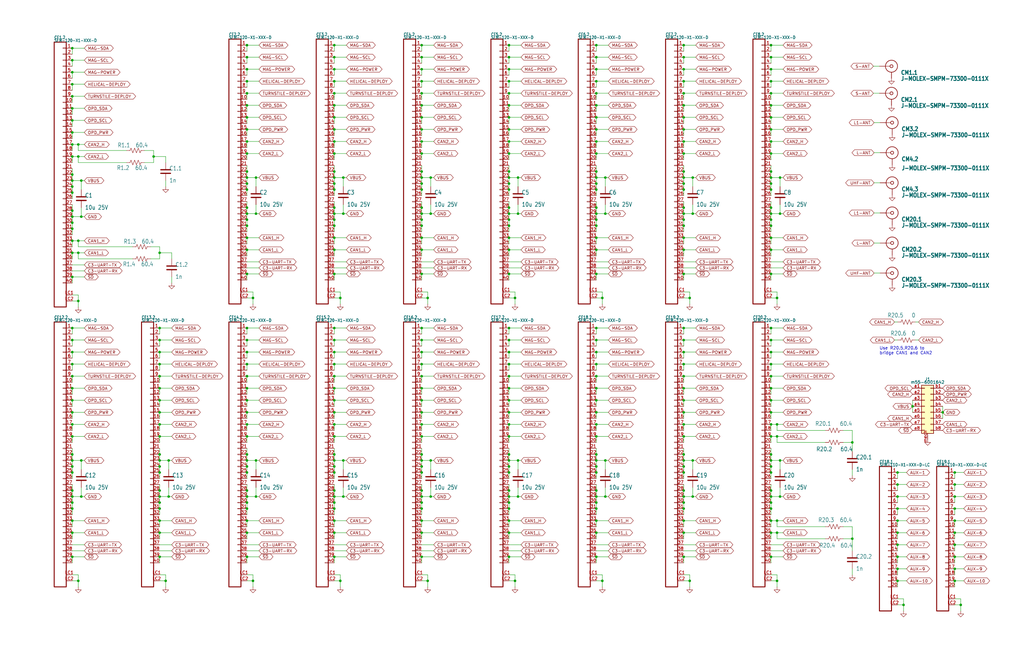
<source format=kicad_sch>
(kicad_sch (version 20211123) (generator eeschema)
  (paper "USLedger")
  (junction (at 384.81 171.45))
  (junction (at 288.29 148.59))
  (junction (at 140.97 100.33))
  (junction (at 177.8 100.33))
  (junction (at 177.8 184.15))
  (junction (at 214.63 179.07))
  (junction (at 378.46 209.55))
  (junction (at 140.97 168.91))
  (junction (at 140.97 87.63))
  (junction (at 30.48 148.59))
  (junction (at 251.46 224.79))
  (junction (at 177.8 179.07))
  (junction (at 325.12 64.77))
  (junction (at 359.41 186.69))
  (junction (at 177.8 24.13))
  (junction (at 104.14 115.57))
  (junction (at 67.31 199.39))
  (junction (at 177.8 212.09))
  (junction (at 325.12 90.17))
  (junction (at 251.46 209.55))
  (junction (at 140.97 173.99))
  (junction (at 251.46 72.39))
  (junction (at 288.29 168.91))
  (junction (at 30.48 173.99))
  (junction (at 288.29 191.77))
  (junction (at 325.12 54.61))
  (junction (at 177.8 34.29))
  (junction (at 402.59 219.71))
  (junction (at 177.8 138.43))
  (junction (at 30.48 73.66))
  (junction (at 30.48 199.39))
  (junction (at 288.29 163.83))
  (junction (at 325.12 191.77))
  (junction (at 327.66 179.07))
  (junction (at 251.46 163.83))
  (junction (at 251.46 59.69))
  (junction (at 325.12 19.05))
  (junction (at 325.12 184.15))
  (junction (at 30.48 88.9))
  (junction (at 177.8 148.59))
  (junction (at 30.48 106.68))
  (junction (at 30.48 138.43))
  (junction (at 251.46 173.99))
  (junction (at 288.29 59.69))
  (junction (at 214.63 143.51))
  (junction (at 325.12 87.63))
  (junction (at 104.14 87.63))
  (junction (at 328.93 74.93))
  (junction (at 254 125.73))
  (junction (at 214.63 74.93))
  (junction (at 288.29 49.53))
  (junction (at 251.46 158.75))
  (junction (at 288.29 212.09))
  (junction (at 67.31 191.77))
  (junction (at 69.85 245.11))
  (junction (at 325.12 138.43))
  (junction (at 378.46 229.87))
  (junction (at 30.48 196.85))
  (junction (at 327.66 184.15))
  (junction (at 251.46 29.21))
  (junction (at 251.46 92.71))
  (junction (at 177.8 77.47))
  (junction (at 214.63 194.31))
  (junction (at 214.63 87.63))
  (junction (at 251.46 34.29))
  (junction (at 292.1 74.93))
  (junction (at 288.29 219.71))
  (junction (at 67.31 179.07))
  (junction (at 30.48 96.52))
  (junction (at 30.48 179.07))
  (junction (at 378.46 224.79))
  (junction (at 214.63 24.13))
  (junction (at 214.63 100.33))
  (junction (at 218.44 209.55))
  (junction (at 328.93 194.31))
  (junction (at 325.12 80.01))
  (junction (at 140.97 191.77))
  (junction (at 140.97 234.95))
  (junction (at 325.12 219.71))
  (junction (at 140.97 219.71))
  (junction (at 33.02 60.96))
  (junction (at 143.51 125.73))
  (junction (at 67.31 207.01))
  (junction (at 325.12 234.95))
  (junction (at 218.44 74.93))
  (junction (at 214.63 44.45))
  (junction (at 144.78 209.55))
  (junction (at 402.59 229.87))
  (junction (at 325.12 115.57))
  (junction (at 325.12 173.99))
  (junction (at 177.8 158.75))
  (junction (at 214.63 105.41))
  (junction (at 251.46 143.51))
  (junction (at 140.97 54.61))
  (junction (at 251.46 19.05))
  (junction (at 381 255.27))
  (junction (at 67.31 143.51))
  (junction (at 177.8 72.39))
  (junction (at 288.29 44.45))
  (junction (at 177.8 19.05))
  (junction (at 177.8 199.39))
  (junction (at 251.46 80.01))
  (junction (at 251.46 64.77))
  (junction (at 107.95 90.17))
  (junction (at 30.48 25.4))
  (junction (at 140.97 90.17))
  (junction (at 325.12 179.07))
  (junction (at 251.46 90.17))
  (junction (at 325.12 105.41))
  (junction (at 255.27 194.31))
  (junction (at 30.48 60.96))
  (junction (at 214.63 59.69))
  (junction (at 325.12 194.31))
  (junction (at 104.14 29.21))
  (junction (at 217.17 125.73))
  (junction (at 251.46 219.71))
  (junction (at 67.31 173.99))
  (junction (at 290.83 245.11))
  (junction (at 180.34 125.73))
  (junction (at 177.8 49.53))
  (junction (at 251.46 77.47))
  (junction (at 325.12 49.53))
  (junction (at 177.8 95.25))
  (junction (at 177.8 74.93))
  (junction (at 251.46 214.63))
  (junction (at 30.48 45.72))
  (junction (at 140.97 179.07))
  (junction (at 218.44 194.31))
  (junction (at 325.12 29.21))
  (junction (at 288.29 138.43))
  (junction (at 143.51 245.11))
  (junction (at 214.63 34.29))
  (junction (at 104.14 153.67))
  (junction (at 104.14 49.53))
  (junction (at 288.29 209.55))
  (junction (at 104.14 163.83))
  (junction (at 177.8 54.61))
  (junction (at 214.63 184.15))
  (junction (at 30.48 143.51))
  (junction (at 325.12 209.55))
  (junction (at 140.97 224.79))
  (junction (at 214.63 234.95))
  (junction (at 288.29 196.85))
  (junction (at 327.66 219.71))
  (junction (at 251.46 207.01))
  (junction (at 214.63 191.77))
  (junction (at 30.48 158.75))
  (junction (at 325.12 207.01))
  (junction (at 30.48 55.88))
  (junction (at 214.63 199.39))
  (junction (at 251.46 24.13))
  (junction (at 30.48 81.28))
  (junction (at 255.27 209.55))
  (junction (at 214.63 153.67))
  (junction (at 177.8 59.69))
  (junction (at 214.63 212.09))
  (junction (at 214.63 54.61))
  (junction (at 325.12 168.91))
  (junction (at 140.97 29.21))
  (junction (at 181.61 209.55))
  (junction (at 104.14 191.77))
  (junction (at 67.31 168.91))
  (junction (at 402.59 209.55))
  (junction (at 104.14 90.17))
  (junction (at 67.31 153.67))
  (junction (at 140.97 44.45))
  (junction (at 288.29 74.93))
  (junction (at 140.97 207.01))
  (junction (at 251.46 168.91))
  (junction (at 402.59 199.39))
  (junction (at 140.97 105.41))
  (junction (at 140.97 39.37))
  (junction (at 214.63 173.99))
  (junction (at 104.14 92.71))
  (junction (at 214.63 224.79))
  (junction (at 402.59 240.03))
  (junction (at 104.14 77.47))
  (junction (at 325.12 212.09))
  (junction (at 325.12 158.75))
  (junction (at 255.27 74.93))
  (junction (at 104.14 80.01))
  (junction (at 67.31 212.09))
  (junction (at 140.97 80.01))
  (junction (at 251.46 49.53))
  (junction (at 30.48 40.64))
  (junction (at 217.17 245.11))
  (junction (at 67.31 196.85))
  (junction (at 104.14 207.01))
  (junction (at 144.78 74.93))
  (junction (at 288.29 184.15))
  (junction (at 177.8 196.85))
  (junction (at 214.63 64.77))
  (junction (at 288.29 29.21))
  (junction (at 67.31 234.95))
  (junction (at 328.93 90.17))
  (junction (at 255.27 90.17))
  (junction (at 325.12 153.67))
  (junction (at 107.95 74.93))
  (junction (at 288.29 224.79))
  (junction (at 325.12 214.63))
  (junction (at 104.14 72.39))
  (junction (at 177.8 115.57))
  (junction (at 288.29 100.33))
  (junction (at 104.14 173.99))
  (junction (at 67.31 224.79))
  (junction (at 30.48 50.8))
  (junction (at 104.14 44.45))
  (junction (at 402.59 234.95))
  (junction (at 325.12 143.51))
  (junction (at 30.48 209.55))
  (junction (at 288.29 39.37))
  (junction (at 251.46 87.63))
  (junction (at 104.14 168.91))
  (junction (at 214.63 138.43))
  (junction (at 30.48 191.77))
  (junction (at 288.29 19.05))
  (junction (at 33.02 66.04))
  (junction (at 327.66 125.73))
  (junction (at 325.12 39.37))
  (junction (at 288.29 207.01))
  (junction (at 378.46 219.71))
  (junction (at 30.48 194.31))
  (junction (at 218.44 90.17))
  (junction (at 251.46 196.85))
  (junction (at 67.31 184.15))
  (junction (at 67.31 214.63))
  (junction (at 288.29 72.39))
  (junction (at 104.14 209.55))
  (junction (at 214.63 207.01))
  (junction (at 104.14 199.39))
  (junction (at 214.63 72.39))
  (junction (at 30.48 93.98))
  (junction (at 254 245.11))
  (junction (at 140.97 49.53))
  (junction (at 104.14 95.25))
  (junction (at 104.14 214.63))
  (junction (at 67.31 138.43))
  (junction (at 325.12 72.39))
  (junction (at 30.48 219.71))
  (junction (at 104.14 59.69))
  (junction (at 288.29 92.71))
  (junction (at 251.46 191.77))
  (junction (at 67.31 194.31))
  (junction (at 325.12 199.39))
  (junction (at 181.61 90.17))
  (junction (at 177.8 219.71))
  (junction (at 288.29 64.77))
  (junction (at 402.59 224.79))
  (junction (at 140.97 138.43))
  (junction (at 30.48 212.09))
  (junction (at 107.95 194.31))
  (junction (at 104.14 74.93))
  (junction (at 251.46 184.15))
  (junction (at 251.46 153.67))
  (junction (at 251.46 194.31))
  (junction (at 288.29 54.61))
  (junction (at 34.29 91.44))
  (junction (at 34.29 209.55))
  (junction (at 288.29 234.95))
  (junction (at 214.63 148.59))
  (junction (at 288.29 199.39))
  (junction (at 378.46 204.47))
  (junction (at 104.14 54.61))
  (junction (at 30.48 66.04))
  (junction (at 30.48 153.67))
  (junction (at 140.97 92.71))
  (junction (at 140.97 34.29))
  (junction (at 177.8 163.83))
  (junction (at 30.48 234.95))
  (junction (at 67.31 163.83))
  (junction (at 33.02 101.6))
  (junction (at 144.78 194.31))
  (junction (at 251.46 100.33))
  (junction (at 177.8 207.01))
  (junction (at 292.1 194.31))
  (junction (at 177.8 29.21))
  (junction (at 104.14 138.43))
  (junction (at 288.29 214.63))
  (junction (at 104.14 212.09))
  (junction (at 140.97 196.85))
  (junction (at 104.14 158.75))
  (junction (at 378.46 214.63))
  (junction (at 30.48 168.91))
  (junction (at 71.12 194.31))
  (junction (at 140.97 143.51))
  (junction (at 140.97 148.59))
  (junction (at 30.48 91.44))
  (junction (at 288.29 80.01))
  (junction (at 402.59 245.11))
  (junction (at 251.46 95.25))
  (junction (at 140.97 163.83))
  (junction (at 104.14 39.37))
  (junction (at 67.31 209.55))
  (junction (at 292.1 90.17))
  (junction (at 292.1 209.55))
  (junction (at 214.63 158.75))
  (junction (at 104.14 184.15))
  (junction (at 177.8 87.63))
  (junction (at 140.97 212.09))
  (junction (at 140.97 64.77))
  (junction (at 33.02 127))
  (junction (at 288.29 143.51))
  (junction (at 33.02 245.11))
  (junction (at 177.8 168.91))
  (junction (at 30.48 214.63))
  (junction (at 251.46 138.43))
  (junction (at 288.29 194.31))
  (junction (at 140.97 74.93))
  (junction (at 402.59 204.47))
  (junction (at 104.14 196.85))
  (junction (at 140.97 153.67))
  (junction (at 288.29 158.75))
  (junction (at 325.12 224.79))
  (junction (at 288.29 87.63))
  (junction (at 30.48 207.01))
  (junction (at 140.97 115.57))
  (junction (at 140.97 184.15))
  (junction (at 30.48 184.15))
  (junction (at 177.8 44.45))
  (junction (at 30.48 78.74))
  (junction (at 177.8 143.51))
  (junction (at 325.12 34.29))
  (junction (at 325.12 74.93))
  (junction (at 288.29 179.07))
  (junction (at 325.12 196.85))
  (junction (at 214.63 49.53))
  (junction (at 67.31 106.68))
  (junction (at 288.29 34.29))
  (junction (at 214.63 19.05))
  (junction (at 251.46 115.57))
  (junction (at 251.46 148.59))
  (junction (at 104.14 234.95))
  (junction (at 177.8 234.95))
  (junction (at 214.63 168.91))
  (junction (at 104.14 105.41))
  (junction (at 177.8 173.99))
  (junction (at 34.29 194.31))
  (junction (at 104.14 143.51))
  (junction (at 140.97 19.05))
  (junction (at 325.12 24.13))
  (junction (at 378.46 234.95))
  (junction (at 378.46 245.11))
  (junction (at 325.12 100.33))
  (junction (at 104.14 179.07))
  (junction (at 104.14 24.13))
  (junction (at 67.31 158.75))
  (junction (at 104.14 100.33))
  (junction (at 67.31 148.59))
  (junction (at 251.46 212.09))
  (junction (at 325.12 95.25))
  (junction (at 325.12 92.71))
  (junction (at 104.14 224.79))
  (junction (at 405.13 255.27))
  (junction (at 214.63 209.55))
  (junction (at 177.8 153.67))
  (junction (at 290.83 125.73))
  (junction (at 214.63 196.85))
  (junction (at 140.97 24.13))
  (junction (at 325.12 148.59))
  (junction (at 251.46 199.39))
  (junction (at 288.29 115.57))
  (junction (at 177.8 90.17))
  (junction (at 104.14 194.31))
  (junction (at 214.63 90.17))
  (junction (at 214.63 214.63))
  (junction (at 327.66 224.79))
  (junction (at 140.97 95.25))
  (junction (at 325.12 59.69))
  (junction (at 140.97 194.31))
  (junction (at 359.41 227.33))
  (junction (at 64.77 66.04))
  (junction (at 214.63 115.57))
  (junction (at 177.8 209.55))
  (junction (at 325.12 77.47))
  (junction (at 177.8 224.79))
  (junction (at 288.29 105.41))
  (junction (at 140.97 158.75))
  (junction (at 378.46 199.39))
  (junction (at 30.48 35.56))
  (junction (at 30.48 116.84))
  (junction (at 214.63 77.47))
  (junction (at 288.29 77.47))
  (junction (at 140.97 209.55))
  (junction (at 251.46 105.41))
  (junction (at 140.97 72.39))
  (junction (at 181.61 74.93))
  (junction (at 67.31 219.71))
  (junction (at 251.46 74.93))
  (junction (at 104.14 34.29))
  (junction (at 214.63 92.71))
  (junction (at 106.68 245.11))
  (junction (at 104.14 64.77))
  (junction (at 288.29 24.13))
  (junction (at 214.63 163.83))
  (junction (at 177.8 92.71))
  (junction (at 104.14 148.59))
  (junction (at 251.46 39.37))
  (junction (at 33.02 106.68))
  (junction (at 140.97 214.63))
  (junction (at 402.59 214.63))
  (junction (at 214.63 29.21))
  (junction (at 30.48 101.6))
  (junction (at 71.12 209.55))
  (junction (at 378.46 240.03))
  (junction (at 288.29 153.67))
  (junction (at 30.48 30.48))
  (junction (at 180.34 245.11))
  (junction (at 30.48 163.83))
  (junction (at 177.8 194.31))
  (junction (at 30.48 76.2))
  (junction (at 288.29 173.99))
  (junction (at 214.63 219.71))
  (junction (at 214.63 80.01))
  (junction (at 397.51 173.99))
  (junction (at 328.93 209.55))
  (junction (at 177.8 64.77))
  (junction (at 214.63 95.25))
  (junction (at 327.66 245.11))
  (junction (at 251.46 44.45))
  (junction (at 30.48 224.79))
  (junction (at 288.29 95.25))
  (junction (at 140.97 77.47))
  (junction (at 140.97 59.69))
  (junction (at 144.78 90.17))
  (junction (at 106.68 125.73))
  (junction (at 177.8 39.37))
  (junction (at 214.63 39.37))
  (junction (at 30.48 20.32))
  (junction (at 325.12 163.83))
  (junction (at 251.46 54.61))
  (junction (at 107.95 209.55))
  (junction (at 325.12 44.45))
  (junction (at 251.46 179.07))
  (junction (at 140.97 199.39))
  (junction (at 177.8 191.77))
  (junction (at 177.8 105.41))
  (junction (at 181.61 194.31))
  (junction (at 288.29 90.17))
  (junction (at 34.29 76.2))
  (junction (at 104.14 19.05))
  (junction (at 104.14 219.71))
  (junction (at 251.46 234.95))
  (junction (at 177.8 214.63))
  (junction (at 177.8 80.01))
  (wire (pts (xy 140.97 72.39) (xy 140.97 74.93)))
  (wire (pts (xy 251.46 113.03) (xy 256.54 113.03)))
  (wire (pts (xy 104.14 158.75) (xy 104.14 161.29)))
  (wire (pts (xy 256.54 194.31) (xy 255.27 194.31)))
  (wire (pts (xy 325.12 74.93) (xy 325.12 77.47)))
  (wire (pts (xy 214.63 234.95) (xy 214.63 237.49)))
  (wire (pts (xy 386.08 135.89) (xy 387.35 135.89)))
  (wire (pts (xy 30.48 143.51) (xy 30.48 146.05)))
  (wire (pts (xy 251.46 34.29) (xy 251.46 36.83)))
  (wire (pts (xy 288.29 204.47) (xy 288.29 207.01)))
  (wire (pts (xy 402.59 224.79) (xy 406.4 224.79)))
  (wire (pts (xy 35.56 163.83) (xy 30.48 163.83)))
  (wire (pts (xy 325.12 80.01) (xy 325.12 82.55)))
  (wire (pts (xy 325.12 245.11) (xy 327.66 245.11)))
  (wire (pts (xy 397.51 171.45) (xy 397.51 173.99)))
  (wire (pts (xy 107.95 74.93) (xy 104.14 74.93)))
  (wire (pts (xy 325.12 115.57) (xy 325.12 118.11)))
  (wire (pts (xy 325.12 163.83) (xy 325.12 166.37)))
  (wire (pts (xy 219.71 39.37) (xy 214.63 39.37)))
  (wire (pts (xy 30.48 219.71) (xy 30.48 222.25)))
  (wire (pts (xy 181.61 90.17) (xy 177.8 90.17)))
  (wire (pts (xy 104.14 59.69) (xy 104.14 62.23)))
  (wire (pts (xy 330.2 194.31) (xy 328.93 194.31)))
  (wire (pts (xy 140.97 148.59) (xy 146.05 148.59)))
  (wire (pts (xy 214.63 49.53) (xy 214.63 52.07)))
  (wire (pts (xy 288.29 64.77) (xy 288.29 67.31)))
  (wire (pts (xy 106.68 125.73) (xy 106.68 128.27)))
  (wire (pts (xy 378.46 219.71) (xy 378.46 222.25)))
  (wire (pts (xy 288.29 191.77) (xy 288.29 194.31)))
  (wire (pts (xy 104.14 80.01) (xy 104.14 82.55)))
  (wire (pts (xy 140.97 168.91) (xy 140.97 171.45)))
  (wire (pts (xy 104.14 143.51) (xy 104.14 146.05)))
  (wire (pts (xy 109.22 110.49) (xy 104.14 110.49)))
  (wire (pts (xy 325.12 54.61) (xy 325.12 57.15)))
  (wire (pts (xy 256.54 90.17) (xy 255.27 90.17)))
  (wire (pts (xy 256.54 168.91) (xy 251.46 168.91)))
  (wire (pts (xy 325.12 158.75) (xy 325.12 161.29)))
  (wire (pts (xy 67.31 158.75) (xy 67.31 161.29)))
  (wire (pts (xy 214.63 125.73) (xy 217.17 125.73)))
  (wire (pts (xy 292.1 194.31) (xy 292.1 198.12)))
  (wire (pts (xy 35.56 101.6) (xy 33.02 101.6)))
  (wire (pts (xy 251.46 153.67) (xy 251.46 156.21)))
  (wire (pts (xy 72.39 109.22) (xy 72.39 106.68)))
  (wire (pts (xy 104.14 173.99) (xy 104.14 176.53)))
  (wire (pts (xy 327.66 227.33) (xy 347.98 227.33)))
  (wire (pts (xy 251.46 77.47) (xy 251.46 80.01)))
  (wire (pts (xy 288.29 214.63) (xy 288.29 217.17)))
  (wire (pts (xy 30.48 81.28) (xy 30.48 83.82)))
  (wire (pts (xy 104.14 143.51) (xy 109.22 143.51)))
  (wire (pts (xy 288.29 90.17) (xy 288.29 92.71)))
  (wire (pts (xy 330.2 90.17) (xy 328.93 90.17)))
  (wire (pts (xy 255.27 90.17) (xy 251.46 90.17)))
  (wire (pts (xy 140.97 163.83) (xy 140.97 166.37)))
  (wire (pts (xy 104.14 179.07) (xy 104.14 181.61)))
  (wire (pts (xy 109.22 173.99) (xy 104.14 173.99)))
  (wire (pts (xy 104.14 113.03) (xy 109.22 113.03)))
  (wire (pts (xy 143.51 242.57) (xy 143.51 245.11)))
  (wire (pts (xy 35.56 45.72) (xy 30.48 45.72)))
  (wire (pts (xy 146.05 194.31) (xy 144.78 194.31)))
  (wire (pts (xy 214.63 29.21) (xy 214.63 31.75)))
  (wire (pts (xy 256.54 49.53) (xy 251.46 49.53)))
  (wire (pts (xy 214.63 143.51) (xy 214.63 146.05)))
  (wire (pts (xy 327.66 242.57) (xy 327.66 245.11)))
  (wire (pts (xy 251.46 115.57) (xy 251.46 118.11)))
  (wire (pts (xy 325.12 39.37) (xy 325.12 41.91)))
  (wire (pts (xy 217.17 242.57) (xy 217.17 245.11)))
  (wire (pts (xy 256.54 100.33) (xy 251.46 100.33)))
  (wire (pts (xy 140.97 95.25) (xy 140.97 97.79)))
  (wire (pts (xy 180.34 242.57) (xy 180.34 245.11)))
  (wire (pts (xy 177.8 92.71) (xy 177.8 95.25)))
  (wire (pts (xy 214.63 212.09) (xy 214.63 214.63)))
  (wire (pts (xy 30.48 242.57) (xy 33.02 242.57)))
  (wire (pts (xy 214.63 19.05) (xy 219.71 19.05)))
  (wire (pts (xy 288.29 219.71) (xy 288.29 222.25)))
  (wire (pts (xy 251.46 148.59) (xy 256.54 148.59)))
  (wire (pts (xy 109.22 44.45) (xy 104.14 44.45)))
  (wire (pts (xy 33.02 104.14) (xy 55.88 104.14)))
  (wire (pts (xy 146.05 49.53) (xy 140.97 49.53)))
  (wire (pts (xy 109.22 219.71) (xy 104.14 219.71)))
  (wire (pts (xy 251.46 179.07) (xy 251.46 181.61)))
  (wire (pts (xy 67.31 245.11) (xy 69.85 245.11)))
  (wire (pts (xy 288.29 34.29) (xy 288.29 36.83)))
  (wire (pts (xy 64.77 63.5) (xy 64.77 66.04)))
  (wire (pts (xy 140.97 219.71) (xy 140.97 222.25)))
  (wire (pts (xy 104.14 196.85) (xy 104.14 199.39)))
  (wire (pts (xy 177.8 59.69) (xy 177.8 62.23)))
  (wire (pts (xy 30.48 60.96) (xy 30.48 63.5)))
  (wire (pts (xy 293.37 64.77) (xy 288.29 64.77)))
  (wire (pts (xy 30.48 209.55) (xy 30.48 212.09)))
  (wire (pts (xy 107.95 205.74) (xy 107.95 209.55)))
  (wire (pts (xy 109.22 168.91) (xy 104.14 168.91)))
  (wire (pts (xy 402.59 229.87) (xy 402.59 232.41)))
  (wire (pts (xy 288.29 24.13) (xy 288.29 26.67)))
  (wire (pts (xy 140.97 80.01) (xy 140.97 82.55)))
  (wire (pts (xy 177.8 100.33) (xy 177.8 102.87)))
  (wire (pts (xy 256.54 158.75) (xy 251.46 158.75)))
  (wire (pts (xy 72.39 168.91) (xy 67.31 168.91)))
  (wire (pts (xy 104.14 90.17) (xy 104.14 92.71)))
  (wire (pts (xy 146.05 158.75) (xy 140.97 158.75)))
  (wire (pts (xy 288.29 173.99) (xy 288.29 176.53)))
  (wire (pts (xy 402.59 245.11) (xy 406.4 245.11)))
  (wire (pts (xy 288.29 115.57) (xy 288.29 118.11)))
  (wire (pts (xy 140.97 64.77) (xy 140.97 67.31)))
  (wire (pts (xy 177.8 59.69) (xy 182.88 59.69)))
  (wire (pts (xy 330.2 105.41) (xy 325.12 105.41)))
  (wire (pts (xy 292.1 74.93) (xy 288.29 74.93)))
  (wire (pts (xy 219.71 105.41) (xy 214.63 105.41)))
  (wire (pts (xy 177.8 69.85) (xy 177.8 72.39)))
  (wire (pts (xy 325.12 153.67) (xy 325.12 156.21)))
  (wire (pts (xy 384.81 168.91) (xy 384.81 171.45)))
  (wire (pts (xy 182.88 64.77) (xy 177.8 64.77)))
  (wire (pts (xy 146.05 100.33) (xy 140.97 100.33)))
  (wire (pts (xy 359.41 198.12) (xy 359.41 200.66)))
  (wire (pts (xy 182.88 105.41) (xy 177.8 105.41)))
  (wire (pts (xy 330.2 115.57) (xy 325.12 115.57)))
  (wire (pts (xy 251.46 245.11) (xy 254 245.11)))
  (wire (pts (xy 72.39 209.55) (xy 71.12 209.55)))
  (wire (pts (xy 293.37 54.61) (xy 288.29 54.61)))
  (wire (pts (xy 104.14 123.19) (xy 106.68 123.19)))
  (wire (pts (xy 67.31 179.07) (xy 72.39 179.07)))
  (wire (pts (xy 104.14 153.67) (xy 109.22 153.67)))
  (wire (pts (xy 293.37 234.95) (xy 288.29 234.95)))
  (wire (pts (xy 109.22 229.87) (xy 104.14 229.87)))
  (wire (pts (xy 214.63 219.71) (xy 214.63 222.25)))
  (wire (pts (xy 107.95 86.36) (xy 107.95 90.17)))
  (wire (pts (xy 325.12 85.09) (xy 325.12 87.63)))
  (wire (pts (xy 288.29 59.69) (xy 293.37 59.69)))
  (wire (pts (xy 288.29 189.23) (xy 288.29 191.77)))
  (wire (pts (xy 177.8 191.77) (xy 177.8 194.31)))
  (wire (pts (xy 177.8 214.63) (xy 177.8 217.17)))
  (wire (pts (xy 381 257.81) (xy 381 255.27)))
  (wire (pts (xy 288.29 80.01) (xy 288.29 82.55)))
  (wire (pts (xy 140.97 184.15) (xy 140.97 186.69)))
  (wire (pts (xy 214.63 242.57) (xy 217.17 242.57)))
  (wire (pts (xy 67.31 138.43) (xy 72.39 138.43)))
  (wire (pts (xy 109.22 64.77) (xy 104.14 64.77)))
  (wire (pts (xy 104.14 163.83) (xy 104.14 166.37)))
  (wire (pts (xy 325.12 24.13) (xy 330.2 24.13)))
  (wire (pts (xy 290.83 125.73) (xy 290.83 128.27)))
  (wire (pts (xy 325.12 242.57) (xy 327.66 242.57)))
  (wire (pts (xy 402.59 214.63) (xy 402.59 217.17)))
  (wire (pts (xy 355.6 186.69) (xy 359.41 186.69)))
  (wire (pts (xy 327.66 222.25) (xy 347.98 222.25)))
  (wire (pts (xy 109.22 74.93) (xy 107.95 74.93)))
  (wire (pts (xy 177.8 24.13) (xy 177.8 26.67)))
  (wire (pts (xy 146.05 90.17) (xy 144.78 90.17)))
  (wire (pts (xy 251.46 87.63) (xy 251.46 90.17)))
  (wire (pts (xy 288.29 92.71) (xy 288.29 95.25)))
  (wire (pts (xy 288.29 194.31) (xy 288.29 196.85)))
  (wire (pts (xy 30.48 30.48) (xy 35.56 30.48)))
  (wire (pts (xy 288.29 34.29) (xy 293.37 34.29)))
  (wire (pts (xy 288.29 138.43) (xy 293.37 138.43)))
  (wire (pts (xy 177.8 54.61) (xy 177.8 57.15)))
  (wire (pts (xy 30.48 40.64) (xy 30.48 43.18)))
  (wire (pts (xy 67.31 207.01) (xy 67.31 209.55)))
  (wire (pts (xy 402.59 204.47) (xy 406.4 204.47)))
  (wire (pts (xy 325.12 148.59) (xy 325.12 151.13)))
  (wire (pts (xy 251.46 138.43) (xy 256.54 138.43)))
  (wire (pts (xy 293.37 110.49) (xy 288.29 110.49)))
  (wire (pts (xy 104.14 125.73) (xy 106.68 125.73)))
  (wire (pts (xy 104.14 72.39) (xy 104.14 74.93)))
  (wire (pts (xy 288.29 212.09) (xy 288.29 214.63)))
  (wire (pts (xy 67.31 209.55) (xy 67.31 212.09)))
  (wire (pts (xy 104.14 204.47) (xy 104.14 207.01)))
  (wire (pts (xy 67.31 194.31) (xy 67.31 196.85)))
  (wire (pts (xy 182.88 163.83) (xy 177.8 163.83)))
  (wire (pts (xy 325.12 125.73) (xy 327.66 125.73)))
  (wire (pts (xy 30.48 173.99) (xy 30.48 176.53)))
  (wire (pts (xy 219.71 44.45) (xy 214.63 44.45)))
  (wire (pts (xy 219.71 234.95) (xy 214.63 234.95)))
  (wire (pts (xy 288.29 59.69) (xy 288.29 62.23)))
  (wire (pts (xy 67.31 106.68) (xy 67.31 109.22)))
  (wire (pts (xy 63.5 104.14) (xy 67.31 104.14)))
  (wire (pts (xy 146.05 115.57) (xy 140.97 115.57)))
  (wire (pts (xy 402.59 240.03) (xy 402.59 242.57)))
  (wire (pts (xy 214.63 105.41) (xy 214.63 107.95)))
  (wire (pts (xy 30.48 232.41) (xy 35.56 232.41)))
  (wire (pts (xy 140.97 125.73) (xy 143.51 125.73)))
  (wire (pts (xy 30.48 116.84) (xy 30.48 119.38)))
  (wire (pts (xy 34.29 91.44) (xy 30.48 91.44)))
  (wire (pts (xy 386.08 143.51) (xy 387.35 143.51)))
  (wire (pts (xy 72.39 224.79) (xy 67.31 224.79)))
  (wire (pts (xy 325.12 77.47) (xy 325.12 80.01)))
  (wire (pts (xy 30.48 204.47) (xy 30.48 207.01)))
  (wire (pts (xy 293.37 100.33) (xy 288.29 100.33)))
  (wire (pts (xy 72.39 163.83) (xy 67.31 163.83)))
  (wire (pts (xy 251.46 34.29) (xy 256.54 34.29)))
  (wire (pts (xy 180.34 123.19) (xy 180.34 125.73)))
  (wire (pts (xy 30.48 20.32) (xy 30.48 22.86)))
  (wire (pts (xy 104.14 49.53) (xy 104.14 52.07)))
  (wire (pts (xy 325.12 123.19) (xy 327.66 123.19)))
  (wire (pts (xy 327.66 179.07) (xy 327.66 181.61)))
  (wire (pts (xy 327.66 123.19) (xy 327.66 125.73)))
  (wire (pts (xy 288.29 179.07) (xy 288.29 181.61)))
  (wire (pts (xy 251.46 224.79) (xy 251.46 227.33)))
  (wire (pts (xy 328.93 209.55) (xy 325.12 209.55)))
  (wire (pts (xy 288.29 143.51) (xy 293.37 143.51)))
  (wire (pts (xy 288.29 72.39) (xy 288.29 74.93)))
  (wire (pts (xy 109.22 39.37) (xy 104.14 39.37)))
  (wire (pts (xy 107.95 74.93) (xy 107.95 78.74)))
  (wire (pts (xy 325.12 59.69) (xy 325.12 62.23)))
  (wire (pts (xy 251.46 123.19) (xy 254 123.19)))
  (wire (pts (xy 288.29 232.41) (xy 293.37 232.41)))
  (wire (pts (xy 30.48 35.56) (xy 30.48 38.1)))
  (wire (pts (xy 72.39 234.95) (xy 67.31 234.95)))
  (wire (pts (xy 325.12 173.99) (xy 325.12 176.53)))
  (wire (pts (xy 219.71 115.57) (xy 214.63 115.57)))
  (wire (pts (xy 30.48 138.43) (xy 35.56 138.43)))
  (wire (pts (xy 325.12 87.63) (xy 325.12 90.17)))
  (wire (pts (xy 214.63 64.77) (xy 214.63 67.31)))
  (wire (pts (xy 325.12 113.03) (xy 330.2 113.03)))
  (wire (pts (xy 104.14 168.91) (xy 104.14 171.45)))
  (wire (pts (xy 214.63 113.03) (xy 219.71 113.03)))
  (wire (pts (xy 146.05 173.99) (xy 140.97 173.99)))
  (wire (pts (xy 214.63 179.07) (xy 219.71 179.07)))
  (wire (pts (xy 251.46 54.61) (xy 251.46 57.15)))
  (wire (pts (xy 327.66 219.71) (xy 325.12 219.71)))
  (wire (pts (xy 251.46 44.45) (xy 251.46 46.99)))
  (wire (pts (xy 214.63 148.59) (xy 219.71 148.59)))
  (wire (pts (xy 182.88 49.53) (xy 177.8 49.53)))
  (wire (pts (xy 140.97 29.21) (xy 140.97 31.75)))
  (wire (pts (xy 177.8 74.93) (xy 177.8 77.47)))
  (wire (pts (xy 293.37 158.75) (xy 288.29 158.75)))
  (wire (pts (xy 30.48 86.36) (xy 30.48 88.9)))
  (wire (pts (xy 378.46 219.71) (xy 382.27 219.71)))
  (wire (pts (xy 143.51 125.73) (xy 143.51 128.27)))
  (wire (pts (xy 182.88 194.31) (xy 181.61 194.31)))
  (wire (pts (xy 371.1216 51.7476) (xy 368.5816 51.7476)))
  (wire (pts (xy 371.1216 77.1476) (xy 368.5816 77.1476)))
  (wire (pts (xy 177.8 90.17) (xy 177.8 92.71)))
  (wire (pts (xy 214.63 19.05) (xy 214.63 21.59)))
  (wire (pts (xy 288.29 209.55) (xy 288.29 212.09)))
  (wire (pts (xy 214.63 80.01) (xy 214.63 82.55)))
  (wire (pts (xy 325.12 212.09) (xy 325.12 214.63)))
  (wire (pts (xy 251.46 95.25) (xy 251.46 97.79)))
  (wire (pts (xy 251.46 214.63) (xy 251.46 217.17)))
  (wire (pts (xy 64.77 66.04) (xy 64.77 68.58)))
  (wire (pts (xy 35.56 234.95) (xy 30.48 234.95)))
  (wire (pts (xy 218.44 194.31) (xy 218.44 198.12)))
  (wire (pts (xy 177.8 196.85) (xy 177.8 199.39)))
  (wire (pts (xy 30.48 101.6) (xy 30.48 104.14)))
  (wire (pts (xy 35.56 106.68) (xy 33.02 106.68)))
  (wire (pts (xy 106.68 123.19) (xy 106.68 125.73)))
  (wire (pts (xy 293.37 105.41) (xy 288.29 105.41)))
  (wire (pts (xy 182.88 158.75) (xy 177.8 158.75)))
  (wire (pts (xy 180.34 245.11) (xy 180.34 247.65)))
  (wire (pts (xy 146.05 184.15) (xy 140.97 184.15)))
  (wire (pts (xy 182.88 224.79) (xy 177.8 224.79)))
  (wire (pts (xy 251.46 92.71) (xy 251.46 95.25)))
  (wire (pts (xy 288.29 54.61) (xy 288.29 57.15)))
  (wire (pts (xy 140.97 143.51) (xy 146.05 143.51)))
  (wire (pts (xy 251.46 105.41) (xy 251.46 107.95)))
  (wire (pts (xy 251.46 191.77) (xy 251.46 194.31)))
  (wire (pts (xy 288.29 29.21) (xy 293.37 29.21)))
  (wire (pts (xy 325.12 232.41) (xy 330.2 232.41)))
  (wire (pts (xy 67.31 148.59) (xy 72.39 148.59)))
  (wire (pts (xy 67.31 104.14) (xy 67.31 106.68)))
  (wire (pts (xy 69.85 242.57) (xy 69.85 245.11)))
  (wire (pts (xy 293.37 224.79) (xy 288.29 224.79)))
  (wire (pts (xy 104.14 224.79) (xy 104.14 227.33)))
  (wire (pts (xy 288.29 44.45) (xy 288.29 46.99)))
  (wire (pts (xy 140.97 242.57) (xy 143.51 242.57)))
  (wire (pts (xy 104.14 69.85) (xy 104.14 72.39)))
  (wire (pts (xy 34.29 205.74) (xy 34.29 209.55)))
  (wire (pts (xy 355.6 222.25) (xy 359.41 222.25)))
  (wire (pts (xy 251.46 143.51) (xy 256.54 143.51)))
  (wire (pts (xy 378.46 199.39) (xy 378.46 201.93)))
  (wire (pts (xy 30.48 148.59) (xy 35.56 148.59)))
  (wire (pts (xy 140.97 92.71) (xy 140.97 95.25)))
  (wire (pts (xy 34.29 209.55) (xy 30.48 209.55)))
  (wire (pts (xy 104.14 29.21) (xy 109.22 29.21)))
  (wire (pts (xy 288.29 153.67) (xy 288.29 156.21)))
  (wire (pts (xy 146.05 168.91) (xy 140.97 168.91)))
  (wire (pts (xy 177.8 105.41) (xy 177.8 107.95)))
  (wire (pts (xy 140.97 158.75) (xy 140.97 161.29)))
  (wire (pts (xy 35.56 224.79) (xy 30.48 224.79)))
  (wire (pts (xy 256.54 115.57) (xy 251.46 115.57)))
  (wire (pts (xy 104.14 100.33) (xy 104.14 102.87)))
  (wire (pts (xy 288.29 24.13) (xy 293.37 24.13)))
  (wire (pts (xy 402.59 219.71) (xy 406.4 219.71)))
  (wire (pts (xy 288.29 184.15) (xy 288.29 186.69)))
  (wire (pts (xy 256.54 54.61) (xy 251.46 54.61)))
  (wire (pts (xy 288.29 143.51) (xy 288.29 146.05)))
  (wire (pts (xy 288.29 138.43) (xy 288.29 140.97)))
  (wire (pts (xy 293.37 184.15) (xy 288.29 184.15)))
  (wire (pts (xy 219.71 100.33) (xy 214.63 100.33)))
  (wire (pts (xy 214.63 179.07) (xy 214.63 181.61)))
  (wire (pts (xy 325.12 69.85) (xy 325.12 72.39)))
  (wire (pts (xy 104.14 212.09) (xy 104.14 214.63)))
  (wire (pts (xy 251.46 138.43) (xy 251.46 140.97)))
  (wire (pts (xy 325.12 29.21) (xy 330.2 29.21)))
  (wire (pts (xy 146.05 209.55) (xy 144.78 209.55)))
  (wire (pts (xy 177.8 179.07) (xy 177.8 181.61)))
  (wire (pts (xy 377.19 143.51) (xy 378.46 143.51)))
  (wire (pts (xy 143.51 245.11) (xy 143.51 247.65)))
  (wire (pts (xy 217.17 123.19) (xy 217.17 125.73)))
  (wire (pts (xy 377.19 135.89) (xy 378.46 135.89)))
  (wire (pts (xy 330.2 173.99) (xy 325.12 173.99)))
  (wire (pts (xy 330.2 158.75) (xy 325.12 158.75)))
  (wire (pts (xy 104.14 24.13) (xy 104.14 26.67)))
  (wire (pts (xy 378.46 214.63) (xy 382.27 214.63)))
  (wire (pts (xy 67.31 212.09) (xy 67.31 214.63)))
  (wire (pts (xy 378.46 209.55) (xy 378.46 212.09)))
  (wire (pts (xy 177.8 87.63) (xy 177.8 90.17)))
  (wire (pts (xy 140.97 138.43) (xy 140.97 140.97)))
  (wire (pts (xy 402.59 219.71) (xy 402.59 222.25)))
  (wire (pts (xy 60.96 63.5) (xy 64.77 63.5)))
  (wire (pts (xy 177.8 148.59) (xy 177.8 151.13)))
  (wire (pts (xy 219.71 184.15) (xy 214.63 184.15)))
  (wire (pts (xy 140.97 212.09) (xy 140.97 214.63)))
  (wire (pts (xy 214.63 90.17) (xy 214.63 92.71)))
  (wire (pts (xy 325.12 209.55) (xy 325.12 212.09)))
  (wire (pts (xy 140.97 113.03) (xy 146.05 113.03)))
  (wire (pts (xy 34.29 76.2) (xy 34.29 80.01)))
  (wire (pts (xy 71.12 194.31) (xy 67.31 194.31)))
  (wire (pts (xy 325.12 143.51) (xy 330.2 143.51)))
  (wire (pts (xy 104.14 138.43) (xy 104.14 140.97)))
  (wire (pts (xy 140.97 24.13) (xy 146.05 24.13)))
  (wire (pts (xy 325.12 148.59) (xy 330.2 148.59)))
  (wire (pts (xy 30.48 199.39) (xy 30.48 201.93)))
  (wire (pts (xy 293.37 219.71) (xy 288.29 219.71)))
  (wire (pts (xy 33.02 245.11) (xy 33.02 247.65)))
  (wire (pts (xy 288.29 242.57) (xy 290.83 242.57)))
  (wire (pts (xy 214.63 69.85) (xy 214.63 72.39)))
  (wire (pts (xy 214.63 196.85) (xy 214.63 199.39)))
  (wire (pts (xy 214.63 173.99) (xy 214.63 176.53)))
  (wire (pts (xy 214.63 59.69) (xy 214.63 62.23)))
  (wire (pts (xy 146.05 105.41) (xy 140.97 105.41)))
  (wire (pts (xy 140.97 19.05) (xy 146.05 19.05)))
  (wire (pts (xy 30.48 191.77) (xy 30.48 194.31)))
  (wire (pts (xy 104.14 148.59) (xy 109.22 148.59)))
  (wire (pts (xy 256.54 64.77) (xy 251.46 64.77)))
  (wire (pts (xy 104.14 115.57) (xy 104.14 118.11)))
  (wire (pts (xy 325.12 95.25) (xy 325.12 97.79)))
  (wire (pts (xy 219.71 74.93) (xy 218.44 74.93)))
  (wire (pts (xy 140.97 90.17) (xy 140.97 92.71)))
  (wire (pts (xy 67.31 148.59) (xy 67.31 151.13)))
  (wire (pts (xy 256.54 229.87) (xy 251.46 229.87)))
  (wire (pts (xy 214.63 39.37) (xy 214.63 41.91)))
  (wire (pts (xy 109.22 54.61) (xy 104.14 54.61)))
  (wire (pts (xy 251.46 189.23) (xy 251.46 191.77)))
  (wire (pts (xy 290.83 123.19) (xy 290.83 125.73)))
  (wire (pts (xy 325.12 44.45) (xy 325.12 46.99)))
  (wire (pts (xy 140.97 74.93) (xy 140.97 77.47)))
  (wire (pts (xy 293.37 194.31) (xy 292.1 194.31)))
  (wire (pts (xy 251.46 219.71) (xy 251.46 222.25)))
  (wire (pts (xy 288.29 179.07) (xy 293.37 179.07)))
  (wire (pts (xy 69.85 245.11) (xy 69.85 247.65)))
  (wire (pts (xy 330.2 163.83) (xy 325.12 163.83)))
  (wire (pts (xy 104.14 199.39) (xy 104.14 201.93)))
  (wire (pts (xy 144.78 194.31) (xy 140.97 194.31)))
  (wire (pts (xy 109.22 100.33) (xy 104.14 100.33)))
  (wire (pts (xy 330.2 39.37) (xy 325.12 39.37)))
  (wire (pts (xy 140.97 138.43) (xy 146.05 138.43)))
  (wire (pts (xy 214.63 77.47) (xy 214.63 80.01)))
  (wire (pts (xy 30.48 196.85) (xy 30.48 199.39)))
  (wire (pts (xy 177.8 199.39) (xy 177.8 201.93)))
  (wire (pts (xy 109.22 158.75) (xy 104.14 158.75)))
  (wire (pts (xy 140.97 85.09) (xy 140.97 87.63)))
  (wire (pts (xy 72.39 194.31) (xy 71.12 194.31)))
  (wire (pts (xy 35.56 158.75) (xy 30.48 158.75)))
  (wire (pts (xy 219.71 173.99) (xy 214.63 173.99)))
  (wire (pts (xy 177.8 163.83) (xy 177.8 166.37)))
  (wire (pts (xy 177.8 153.67) (xy 182.88 153.67)))
  (wire (pts (xy 251.46 158.75) (xy 251.46 161.29)))
  (wire (pts (xy 251.46 232.41) (xy 256.54 232.41)))
  (wire (pts (xy 67.31 153.67) (xy 67.31 156.21)))
  (wire (pts (xy 214.63 59.69) (xy 219.71 59.69)))
  (wire (pts (xy 219.71 168.91) (xy 214.63 168.91)))
  (wire (pts (xy 177.8 242.57) (xy 180.34 242.57)))
  (wire (pts (xy 67.31 173.99) (xy 67.31 176.53)))
  (wire (pts (xy 288.29 49.53) (xy 288.29 52.07)))
  (wire (pts (xy 325.12 191.77) (xy 325.12 194.31)))
  (wire (pts (xy 30.48 184.15) (xy 30.48 186.69)))
  (wire (pts (xy 256.54 44.45) (xy 251.46 44.45)))
  (wire (pts (xy 402.59 204.47) (xy 402.59 207.01)))
  (wire (pts (xy 72.39 219.71) (xy 67.31 219.71)))
  (wire (pts (xy 381 255.27) (xy 381 252.73)))
  (wire (pts (xy 182.88 219.71) (xy 177.8 219.71)))
  (wire (pts (xy 67.31 163.83) (xy 67.31 166.37)))
  (wire (pts (xy 214.63 148.59) (xy 214.63 151.13)))
  (wire (pts (xy 140.97 24.13) (xy 140.97 26.67)))
  (wire (pts (xy 104.14 34.29) (xy 104.14 36.83)))
  (wire (pts (xy 67.31 204.47) (xy 67.31 207.01)))
  (wire (pts (xy 256.54 163.83) (xy 251.46 163.83)))
  (wire (pts (xy 214.63 100.33) (xy 214.63 102.87)))
  (wire (pts (xy 251.46 72.39) (xy 251.46 74.93)))
  (wire (pts (xy 328.93 194.31) (xy 328.93 198.12)))
  (wire (pts (xy 140.97 209.55) (xy 140.97 212.09)))
  (wire (pts (xy 292.1 90.17) (xy 288.29 90.17)))
  (wire (pts (xy 33.02 106.68) (xy 30.48 106.68)))
  (wire (pts (xy 288.29 85.09) (xy 288.29 87.63)))
  (wire (pts (xy 402.59 234.95) (xy 406.4 234.95)))
  (wire (pts (xy 290.83 242.57) (xy 290.83 245.11)))
  (wire (pts (xy 254 123.19) (xy 254 125.73)))
  (wire (pts (xy 177.8 64.77) (xy 177.8 67.31)))
  (wire (pts (xy 140.97 87.63) (xy 140.97 90.17)))
  (wire (pts (xy 214.63 199.39) (xy 214.63 201.93)))
  (wire (pts (xy 140.97 19.05) (xy 140.97 21.59)))
  (wire (pts (xy 381 255.27) (xy 378.46 255.27)))
  (wire (pts (xy 140.97 194.31) (xy 140.97 196.85)))
  (wire (pts (xy 251.46 148.59) (xy 251.46 151.13)))
  (wire (pts (xy 330.2 184.15) (xy 327.66 184.15)))
  (wire (pts (xy 251.46 209.55) (xy 251.46 212.09)))
  (wire (pts (xy 30.48 55.88) (xy 30.48 58.42)))
  (wire (pts (xy 177.8 138.43) (xy 182.88 138.43)))
  (wire (pts (xy 140.97 148.59) (xy 140.97 151.13)))
  (wire (pts (xy 325.12 204.47) (xy 325.12 207.01)))
  (wire (pts (xy 35.56 76.2) (xy 34.29 76.2)))
  (wire (pts (xy 182.88 74.93) (xy 181.61 74.93)))
  (wire (pts (xy 327.66 125.73) (xy 327.66 128.27)))
  (wire (pts (xy 182.88 54.61) (xy 177.8 54.61)))
  (wire (pts (xy 288.29 207.01) (xy 288.29 209.55)))
  (wire (pts (xy 288.29 19.05) (xy 288.29 21.59)))
  (wire (pts (xy 67.31 143.51) (xy 67.31 146.05)))
  (wire (pts (xy 177.8 219.71) (xy 177.8 222.25)))
  (wire (pts (xy 177.8 125.73) (xy 180.34 125.73)))
  (wire (pts (xy 251.46 125.73) (xy 254 125.73)))
  (wire (pts (xy 288.29 168.91) (xy 288.29 171.45)))
  (wire (pts (xy 214.63 158.75) (xy 214.63 161.29)))
  (wire (pts (xy 293.37 209.55) (xy 292.1 209.55)))
  (wire (pts (xy 104.14 77.47) (xy 104.14 80.01)))
  (wire (pts (xy 355.6 181.61) (xy 359.41 181.61)))
  (wire (pts (xy 328.93 74.93) (xy 325.12 74.93)))
  (wire (pts (xy 177.8 77.47) (xy 177.8 80.01)))
  (wire (pts (xy 214.63 54.61) (xy 214.63 57.15)))
  (wire (pts (xy 292.1 205.74) (xy 292.1 209.55)))
  (wire (pts (xy 30.48 45.72) (xy 30.48 48.26)))
  (wire (pts (xy 177.8 153.67) (xy 177.8 156.21)))
  (wire (pts (xy 144.78 205.74) (xy 144.78 209.55)))
  (wire (pts (xy 177.8 44.45) (xy 177.8 46.99)))
  (wire (pts (xy 34.29 194.31) (xy 30.48 194.31)))
  (wire (pts (xy 104.14 219.71) (xy 104.14 222.25)))
  (wire (pts (xy 325.12 196.85) (xy 325.12 199.39)))
  (wire (pts (xy 256.54 224.79) (xy 251.46 224.79)))
  (wire (pts (xy 177.8 184.15) (xy 177.8 186.69)))
  (wire (pts (xy 327.66 224.79) (xy 325.12 224.79)))
  (wire (pts (xy 330.2 234.95) (xy 325.12 234.95)))
  (wire (pts (xy 140.97 173.99) (xy 140.97 176.53)))
  (wire (pts (xy 71.12 209.55) (xy 67.31 209.55)))
  (wire (pts (xy 177.8 224.79) (xy 177.8 227.33)))
  (wire (pts (xy 63.5 109.22) (xy 67.31 109.22)))
  (wire (pts (xy 378.46 240.03) (xy 382.27 240.03)))
  (wire (pts (xy 325.12 34.29) (xy 325.12 36.83)))
  (wire (pts (xy 140.97 189.23) (xy 140.97 191.77)))
  (wire (pts (xy 214.63 29.21) (xy 219.71 29.21)))
  (wire (pts (xy 140.97 204.47) (xy 140.97 207.01)))
  (wire (pts (xy 251.46 100.33) (xy 251.46 102.87)))
  (wire (pts (xy 177.8 173.99) (xy 177.8 176.53)))
  (wire (pts (xy 67.31 242.57) (xy 69.85 242.57)))
  (wire (pts (xy 219.71 64.77) (xy 214.63 64.77)))
  (wire (pts (xy 251.46 153.67) (xy 256.54 153.67)))
  (wire (pts (xy 140.97 54.61) (xy 140.97 57.15)))
  (wire (pts (xy 104.14 44.45) (xy 104.14 46.99)))
  (wire (pts (xy 293.37 39.37) (xy 288.29 39.37)))
  (wire (pts (xy 140.97 179.07) (xy 140.97 181.61)))
  (wire (pts (xy 251.46 207.01) (xy 251.46 209.55)))
  (wire (pts (xy 214.63 184.15) (xy 214.63 186.69)))
  (wire (pts (xy 146.05 229.87) (xy 140.97 229.87)))
  (wire (pts (xy 30.48 106.68) (xy 30.48 109.22)))
  (wire (pts (xy 182.88 168.91) (xy 177.8 168.91)))
  (wire (pts (xy 330.2 110.49) (xy 325.12 110.49)))
  (wire (pts (xy 177.8 95.25) (xy 177.8 97.79)))
  (wire (pts (xy 359.41 181.61) (xy 359.41 186.69)))
  (wire (pts (xy 214.63 194.31) (xy 214.63 196.85)))
  (wire (pts (xy 251.46 49.53) (xy 251.46 52.07)))
  (wire (pts (xy 146.05 54.61) (xy 140.97 54.61)))
  (wire (pts (xy 214.63 224.79) (xy 214.63 227.33)))
  (wire (pts (xy 219.71 158.75) (xy 214.63 158.75)))
  (wire (pts (xy 140.97 105.41) (xy 140.97 107.95)))
  (wire (pts (xy 325.12 219.71) (xy 325.12 222.25)))
  (wire (pts (xy 181.61 205.74) (xy 181.61 209.55)))
  (wire (pts (xy 104.14 59.69) (xy 109.22 59.69)))
  (wire (pts (xy 104.14 214.63) (xy 104.14 217.17)))
  (wire (pts (xy 177.8 189.23) (xy 177.8 191.77)))
  (wire (pts (xy 325.12 92.71) (xy 325.12 95.25)))
  (wire (pts (xy 330.2 74.93) (xy 328.93 74.93)))
  (wire (pts (xy 109.22 209.55) (xy 107.95 209.55)))
  (wire (pts (xy 71.12 194.31) (xy 71.12 198.12)))
  (wire (pts (xy 67.31 191.77) (xy 67.31 194.31)))
  (wire (pts (xy 288.29 125.73) (xy 290.83 125.73)))
  (wire (pts (xy 140.97 29.21) (xy 146.05 29.21)))
  (wire (pts (xy 214.63 87.63) (xy 214.63 90.17)))
  (wire (pts (xy 144.78 194.31) (xy 144.78 198.12)))
  (wire (pts (xy 140.97 123.19) (xy 143.51 123.19)))
  (wire (pts (xy 254 242.57) (xy 254 245.11)))
  (wire (pts (xy 292.1 86.36) (xy 292.1 90.17)))
  (wire (pts (xy 140.97 153.67) (xy 146.05 153.67)))
  (wire (pts (xy 325.12 207.01) (xy 325.12 209.55)))
  (wire (pts (xy 140.97 59.69) (xy 140.97 62.23)))
  (wire (pts (xy 256.54 209.55) (xy 255.27 209.55)))
  (wire (pts (xy 35.56 66.04) (xy 33.02 66.04)))
  (wire (pts (xy 288.29 148.59) (xy 288.29 151.13)))
  (wire (pts (xy 177.8 209.55) (xy 177.8 212.09)))
  (wire (pts (xy 325.12 59.69) (xy 330.2 59.69)))
  (wire (pts (xy 288.29 224.79) (xy 288.29 227.33)))
  (wire (pts (xy 35.56 40.64) (xy 30.48 40.64)))
  (wire (pts (xy 104.14 138.43) (xy 109.22 138.43)))
  (wire (pts (xy 104.14 105.41) (xy 104.14 107.95)))
  (wire (pts (xy 219.71 209.55) (xy 218.44 209.55)))
  (wire (pts (xy 214.63 138.43) (xy 214.63 140.97)))
  (wire (pts (xy 30.48 194.31) (xy 30.48 196.85)))
  (wire (pts (xy 104.14 19.05) (xy 104.14 21.59)))
  (wire (pts (xy 293.37 74.93) (xy 292.1 74.93)))
  (wire (pts (xy 217.17 245.11) (xy 217.17 247.65)))
  (wire (pts (xy 378.46 224.79) (xy 382.27 224.79)))
  (wire (pts (xy 144.78 209.55) (xy 140.97 209.55)))
  (wire (pts (xy 325.12 234.95) (xy 325.12 237.49)))
  (wire (pts (xy 378.46 209.55) (xy 382.27 209.55)))
  (wire (pts (xy 177.8 34.29) (xy 182.88 34.29)))
  (wire (pts (xy 325.12 90.17) (xy 325.12 92.71)))
  (wire (pts (xy 292.1 194.31) (xy 288.29 194.31)))
  (wire (pts (xy 30.48 124.46) (xy 33.02 124.46)))
  (wire (pts (xy 140.97 196.85) (xy 140.97 199.39)))
  (wire (pts (xy 67.31 179.07) (xy 67.31 181.61)))
  (wire (pts (xy 177.8 123.19) (xy 180.34 123.19)))
  (wire (pts (xy 67.31 232.41) (xy 72.39 232.41)))
  (wire (pts (xy 30.48 127) (xy 33.02 127)))
  (wire (pts (xy 288.29 196.85) (xy 288.29 199.39)))
  (wire (pts (xy 106.68 245.11) (xy 106.68 247.65)))
  (wire (pts (xy 371.1216 115.2476) (xy 368.5816 115.2476)))
  (wire (pts (xy 177.8 143.51) (xy 182.88 143.51)))
  (wire (pts (xy 177.8 204.47) (xy 177.8 207.01)))
  (wire (pts (xy 182.88 39.37) (xy 177.8 39.37)))
  (wire (pts (xy 177.8 19.05) (xy 177.8 21.59)))
  (wire (pts (xy 325.12 184.15) (xy 325.12 186.69)))
  (wire (pts (xy 327.66 224.79) (xy 327.66 227.33)))
  (wire (pts (xy 214.63 74.93) (xy 214.63 77.47)))
  (wire (pts (xy 325.12 34.29) (xy 330.2 34.29)))
  (wire (pts (xy 288.29 100.33) (xy 288.29 102.87)))
  (wire (pts (xy 30.48 234.95) (xy 30.48 237.49)))
  (wire (pts (xy 30.48 93.98) (xy 30.48 96.52)))
  (wire (pts (xy 177.8 207.01) (xy 177.8 209.55)))
  (wire (pts (xy 144.78 74.93) (xy 140.97 74.93)))
  (wire (pts (xy 72.39 184.15) (xy 67.31 184.15)))
  (wire (pts (xy 288.29 153.67) (xy 293.37 153.67)))
  (wire (pts (xy 251.46 59.69) (xy 251.46 62.23)))
  (wire (pts (xy 109.22 234.95) (xy 104.14 234.95)))
  (wire (pts (xy 405.13 252.73) (xy 402.59 252.73)))
  (wire (pts (xy 177.8 34.29) (xy 177.8 36.83)))
  (wire (pts (xy 325.12 194.31) (xy 325.12 196.85)))
  (wire (pts (xy 214.63 209.55) (xy 214.63 212.09)))
  (wire (pts (xy 256.54 74.93) (xy 255.27 74.93)))
  (wire (pts (xy 107.95 194.31) (xy 107.95 198.12)))
  (wire (pts (xy 107.95 194.31) (xy 104.14 194.31)))
  (wire (pts (xy 30.48 35.56) (xy 35.56 35.56)))
  (wire (pts (xy 140.97 34.29) (xy 140.97 36.83)))
  (wire (pts (xy 67.31 224.79) (xy 67.31 227.33)))
  (wire (pts (xy 30.48 66.04) (xy 30.48 68.58)))
  (wire (pts (xy 214.63 115.57) (xy 214.63 118.11)))
  (wire (pts (xy 219.71 54.61) (xy 214.63 54.61)))
  (wire (pts (xy 359.41 240.03) (xy 359.41 242.57)))
  (wire (pts (xy 251.46 19.05) (xy 251.46 21.59)))
  (wire (pts (xy 402.59 214.63) (xy 406.4 214.63)))
  (wire (pts (xy 290.83 245.11) (xy 290.83 247.65)))
  (wire (pts (xy 181.61 194.31) (xy 177.8 194.31)))
  (wire (pts (xy 143.51 123.19) (xy 143.51 125.73)))
  (wire (pts (xy 402.59 209.55) (xy 406.4 209.55)))
  (wire (pts (xy 384.81 171.45) (xy 384.81 173.99)))
  (wire (pts (xy 181.61 194.31) (xy 181.61 198.12)))
  (wire (pts (xy 67.31 143.51) (xy 72.39 143.51)))
  (wire (pts (xy 177.8 80.01) (xy 177.8 82.55)))
  (wire (pts (xy 67.31 189.23) (xy 67.31 191.77)))
  (wire (pts (xy 140.97 115.57) (xy 140.97 118.11)))
  (wire (pts (xy 378.46 229.87) (xy 378.46 232.41)))
  (wire (pts (xy 370.84 27.94) (xy 368.3 27.94)))
  (wire (pts (xy 371.1216 89.8476) (xy 368.5816 89.8476)))
  (wire (pts (xy 146.05 44.45) (xy 140.97 44.45)))
  (wire (pts (xy 327.66 245.11) (xy 327.66 247.65)))
  (wire (pts (xy 288.29 199.39) (xy 288.29 201.93)))
  (wire (pts (xy 330.2 49.53) (xy 325.12 49.53)))
  (wire (pts (xy 214.63 207.01) (xy 214.63 209.55)))
  (wire (pts (xy 251.46 29.21) (xy 256.54 29.21)))
  (wire (pts (xy 378.46 234.95) (xy 378.46 237.49)))
  (wire (pts (xy 218.44 86.36) (xy 218.44 90.17)))
  (wire (pts (xy 177.8 234.95) (xy 177.8 237.49)))
  (wire (pts (xy 251.46 242.57) (xy 254 242.57)))
  (wire (pts (xy 288.29 74.93) (xy 288.29 77.47)))
  (wire (pts (xy 327.66 179.07) (xy 330.2 179.07)))
  (wire (pts (xy 67.31 199.39) (xy 67.31 201.93)))
  (wire (pts (xy 327.66 184.15) (xy 327.66 186.69)))
  (wire (pts (xy 33.02 101.6) (xy 33.02 104.14)))
  (wire (pts (xy 177.8 113.03) (xy 182.88 113.03)))
  (wire (pts (xy 328.93 194.31) (xy 325.12 194.31)))
  (wire (pts (xy 33.02 68.58) (xy 53.34 68.58)))
  (wire (pts (xy 251.46 204.47) (xy 251.46 207.01)))
  (wire (pts (xy 402.59 209.55) (xy 402.59 212.09)))
  (wire (pts (xy 140.97 191.77) (xy 140.97 194.31)))
  (wire (pts (xy 359.41 222.25) (xy 359.41 227.33)))
  (wire (pts (xy 35.56 116.84) (xy 30.48 116.84)))
  (wire (pts (xy 325.12 29.21) (xy 325.12 31.75)))
  (wire (pts (xy 251.46 143.51) (xy 251.46 146.05)))
  (wire (pts (xy 33.02 242.57) (xy 33.02 245.11)))
  (wire (pts (xy 140.97 100.33) (xy 140.97 102.87)))
  (wire (pts (xy 254 125.73) (xy 254 128.27)))
  (wire (pts (xy 140.97 49.53) (xy 140.97 52.07)))
  (wire (pts (xy 104.14 87.63) (xy 104.14 90.17)))
  (wire (pts (xy 30.48 143.51) (xy 35.56 143.51)))
  (wire (pts (xy 330.2 229.87) (xy 325.12 229.87)))
  (wire (pts (xy 35.56 50.8) (xy 30.48 50.8)))
  (wire (pts (xy 146.05 39.37) (xy 140.97 39.37)))
  (wire (pts (xy 214.63 123.19) (xy 217.17 123.19)))
  (wire (pts (xy 181.61 74.93) (xy 177.8 74.93)))
  (wire (pts (xy 104.14 209.55) (xy 104.14 212.09)))
  (wire (pts (xy 325.12 199.39) (xy 325.12 201.93)))
  (wire (pts (xy 371.1216 102.5476) (xy 368.5816 102.5476)))
  (wire (pts (xy 325.12 179.07) (xy 327.66 179.07)))
  (wire (pts (xy 33.02 124.46) (xy 33.02 127)))
  (wire (pts (xy 330.2 168.91) (xy 325.12 168.91)))
  (wire (pts (xy 140.97 77.47) (xy 140.97 80.01)))
  (wire (pts (xy 67.31 196.85) (xy 67.31 199.39)))
  (wire (pts (xy 30.48 153.67) (xy 35.56 153.67)))
  (wire (pts (xy 30.48 245.11) (xy 33.02 245.11)))
  (wire (pts (xy 104.14 29.21) (xy 104.14 31.75)))
  (wire (pts (xy 355.6 227.33) (xy 359.41 227.33)))
  (wire (pts (xy 182.88 115.57) (xy 177.8 115.57)))
  (wire (pts (xy 214.63 204.47) (xy 214.63 207.01)))
  (wire (pts (xy 140.97 179.07) (xy 146.05 179.07)))
  (wire (pts (xy 251.46 234.95) (xy 251.46 237.49)))
  (wire (pts (xy 256.54 234.95) (xy 251.46 234.95)))
  (wire (pts (xy 330.2 224.79) (xy 327.66 224.79)))
  (wire (pts (xy 255.27 74.93) (xy 255.27 78.74)))
  (wire (pts (xy 251.46 80.01) (xy 251.46 82.55)))
  (wire (pts (xy 217.17 125.73) (xy 217.17 128.27)))
  (wire (pts (xy 397.51 173.99) (xy 397.51 176.53)))
  (wire (pts (xy 144.78 90.17) (xy 140.97 90.17)))
  (wire (pts (xy 327.66 186.69) (xy 347.98 186.69)))
  (wire (pts (xy 214.63 232.41) (xy 219.71 232.41)))
  (wire (pts (xy 293.37 173.99) (xy 288.29 173.99)))
  (wire (pts (xy 106.68 242.57) (xy 106.68 245.11)))
  (wire (pts (xy 30.48 114.3) (xy 35.56 114.3)))
  (wire (pts (xy 293.37 44.45) (xy 288.29 44.45)))
  (wire (pts (xy 325.12 189.23) (xy 325.12 191.77)))
  (wire (pts (xy 33.02 101.6) (xy 30.48 101.6)))
  (wire (pts (xy 35.56 194.31) (xy 34.29 194.31)))
  (wire (pts (xy 288.29 105.41) (xy 288.29 107.95)))
  (wire (pts (xy 30.48 50.8) (xy 30.48 53.34)))
  (wire (pts (xy 256.54 39.37) (xy 251.46 39.37)))
  (wire (pts (xy 325.12 64.77) (xy 325.12 67.31)))
  (wire (pts (xy 325.12 24.13) (xy 325.12 26.67)))
  (wire (pts (xy 325.12 138.43) (xy 330.2 138.43)))
  (wire (pts (xy 328.93 205.74) (xy 328.93 209.55)))
  (wire (pts (xy 72.39 229.87) (xy 67.31 229.87)))
  (wire (pts (xy 251.46 85.09) (xy 251.46 87.63)))
  (wire (pts (xy 177.8 194.31) (xy 177.8 196.85)))
  (wire (pts (xy 325.12 105.41) (xy 325.12 107.95)))
  (wire (pts (xy 30.48 76.2) (xy 30.48 78.74)))
  (wire (pts (xy 30.48 214.63) (xy 30.48 217.17)))
  (wire (pts (xy 30.48 207.01) (xy 30.48 209.55)))
  (wire (pts (xy 288.29 158.75) (xy 288.29 161.29)))
  (wire (pts (xy 35.56 184.15) (xy 30.48 184.15)))
  (wire (pts (xy 219.71 90.17) (xy 218.44 90.17)))
  (wire (pts (xy 30.48 224.79) (xy 30.48 227.33)))
  (wire (pts (xy 378.46 199.39) (xy 382.27 199.39)))
  (wire (pts (xy 30.48 96.52) (xy 30.48 99.06)))
  (wire (pts (xy 251.46 194.31) (xy 251.46 196.85)))
  (wire (pts (xy 104.14 85.09) (xy 104.14 87.63)))
  (wire (pts (xy 251.46 90.17) (xy 251.46 92.71)))
  (wire (pts (xy 255.27 86.36) (xy 255.27 90.17)))
  (wire (pts (xy 182.88 234.95) (xy 177.8 234.95)))
  (wire (pts (xy 104.14 184.15) (xy 104.14 186.69)))
  (wire (pts (xy 214.63 72.39) (xy 214.63 74.93)))
  (wire (pts (xy 255.27 205.74) (xy 255.27 209.55)))
  (wire (pts (xy 30.48 138.43) (xy 30.48 140.97)))
  (wire (pts (xy 288.29 19.05) (xy 293.37 19.05)))
  (wire (pts (xy 328.93 90.17) (xy 325.12 90.17)))
  (wire (pts (xy 214.63 24.13) (xy 214.63 26.67)))
  (wire (pts (xy 325.12 19.05) (xy 330.2 19.05)))
  (wire (pts (xy 330.2 64.77) (xy 325.12 64.77)))
  (wire (pts (xy 214.63 92.71) (xy 214.63 95.25)))
  (wire (pts (xy 109.22 163.83) (xy 104.14 163.83)))
  (wire (pts (xy 140.97 44.45) (xy 140.97 46.99)))
  (wire (pts (xy 219.71 110.49) (xy 214.63 110.49)))
  (wire (pts (xy 402.59 224.79) (xy 402.59 227.33)))
  (wire (pts (xy 330.2 100.33) (xy 325.12 100.33)))
  (wire (pts (xy 256.54 219.71) (xy 251.46 219.71)))
  (wire (pts (xy 402.59 240.03) (xy 406.4 240.03)))
  (wire (pts (xy 104.14 245.11) (xy 106.68 245.11)))
  (wire (pts (xy 107.95 90.17) (xy 104.14 90.17)))
  (wire (pts (xy 69.85 76.2) (xy 69.85 78.74)))
  (wire (pts (xy 30.48 60.96) (xy 33.02 60.96)))
  (wire (pts (xy 177.8 158.75) (xy 177.8 161.29)))
  (wire (pts (xy 402.59 199.39) (xy 406.4 199.39)))
  (wire (pts (xy 182.88 110.49) (xy 177.8 110.49)))
  (wire (pts (xy 177.8 72.39) (xy 177.8 74.93)))
  (wire (pts (xy 251.46 184.15) (xy 251.46 186.69)))
  (wire (pts (xy 214.63 44.45) (xy 214.63 46.99)))
  (wire (pts (xy 325.12 143.51) (xy 325.12 146.05)))
  (wire (pts (xy 182.88 209.55) (xy 181.61 209.55)))
  (wire (pts (xy 140.97 153.67) (xy 140.97 156.21)))
  (wire (pts (xy 140.97 39.37) (xy 140.97 41.91)))
  (wire (pts (xy 214.63 34.29) (xy 214.63 36.83)))
  (wire (pts (xy 325.12 100.33) (xy 325.12 102.87)))
  (wire (pts (xy 325.12 168.91) (xy 325.12 171.45)))
  (wire (pts (xy 288.29 87.63) (xy 288.29 90.17)))
  (wire (pts (xy 370.84 39.37) (xy 368.3 39.37)))
  (wire (pts (xy 402.59 234.95) (xy 402.59 237.49)))
  (wire (pts (xy 67.31 184.15) (xy 67.31 186.69)))
  (wire (pts (xy 378.46 245.11) (xy 382.27 245.11)))
  (wire (pts (xy 30.48 179.07) (xy 35.56 179.07)))
  (wire (pts (xy 177.8 24.13) (xy 182.88 24.13)))
  (wire (pts (xy 104.14 194.31) (xy 104.14 196.85)))
  (wire (pts (xy 30.48 78.74) (xy 30.48 81.28)))
  (wire (pts (xy 109.22 49.53) (xy 104.14 49.53)))
  (wire (pts (xy 293.37 90.17) (xy 292.1 90.17)))
  (wire (pts (xy 60.96 68.58) (xy 64.77 68.58)))
  (wire (pts (xy 177.8 29.21) (xy 182.88 29.21)))
  (wire (pts (xy 218.44 205.74) (xy 218.44 209.55)))
  (wire (pts (xy 33.02 60.96) (xy 35.56 60.96)))
  (wire (pts (xy 104.14 74.93) (xy 104.14 77.47)))
  (wire (pts (xy 35.56 111.76) (xy 30.48 111.76)))
  (wire (pts (xy 378.46 229.87) (xy 382.27 229.87)))
  (wire (pts (xy 251.46 179.07) (xy 256.54 179.07)))
  (wire (pts (xy 251.46 19.05) (xy 256.54 19.05)))
  (wire (pts (xy 146.05 74.93) (xy 144.78 74.93)))
  (wire (pts (xy 107.95 209.55) (xy 104.14 209.55)))
  (wire (pts (xy 288.29 234.95) (xy 288.29 237.49)))
  (wire (pts (xy 251.46 199.39) (xy 251.46 201.93)))
  (wire (pts (xy 30.48 88.9) (xy 30.48 91.44)))
  (wire (pts (xy 109.22 105.41) (xy 104.14 105.41)))
  (wire (pts (xy 104.14 242.57) (xy 106.68 242.57)))
  (wire (pts (xy 288.29 163.83) (xy 288.29 166.37)))
  (wire (pts (xy 381 252.73) (xy 378.46 252.73)))
  (wire (pts (xy 214.63 189.23) (xy 214.63 191.77)))
  (wire (pts (xy 177.8 245.11) (xy 180.34 245.11)))
  (wire (pts (xy 34.29 87.63) (xy 34.29 91.44)))
  (wire (pts (xy 33.02 66.04) (xy 33.02 68.58)))
  (wire (pts (xy 104.14 234.95) (xy 104.14 237.49)))
  (wire (pts (xy 30.48 148.59) (xy 30.48 151.13)))
  (wire (pts (xy 104.14 207.01) (xy 104.14 209.55)))
  (wire (pts (xy 328.93 86.36) (xy 328.93 90.17)))
  (wire (pts (xy 140.97 214.63) (xy 140.97 217.17)))
  (wire (pts (xy 181.61 86.36) (xy 181.61 90.17)))
  (wire (pts (xy 371.1216 64.4476) (xy 368.5816 64.4476)))
  (wire (pts (xy 405.13 255.27) (xy 402.59 255.27)))
  (wire (pts (xy 219.71 229.87) (xy 214.63 229.87)))
  (wire (pts (xy 34.29 76.2) (xy 30.48 76.2)))
  (wire (pts (xy 214.63 153.67) (xy 214.63 156.21)))
  (wire (pts (xy 251.46 59.69) (xy 256.54 59.69)))
  (wire (pts (xy 35.56 173.99) (xy 30.48 173.99)))
  (wire (pts (xy 72.39 158.75) (xy 67.31 158.75)))
  (wire (pts (xy 140.97 224.79) (xy 140.97 227.33)))
  (wire (pts (xy 177.8 85.09) (xy 177.8 87.63)))
  (wire (pts (xy 218.44 74.93) (xy 218.44 78.74)))
  (wire (pts (xy 219.71 219.71) (xy 214.63 219.71)))
  (wire (pts (xy 67.31 214.63) (xy 67.31 217.17)))
  (wire (pts (xy 67.31 153.67) (xy 72.39 153.67)))
  (wire (pts (xy 214.63 34.29) (xy 219.71 34.29)))
  (wire (pts (xy 251.46 24.13) (xy 251.46 26.67)))
  (wire (pts (xy 72.39 173.99) (xy 67.31 173.99)))
  (wire (pts (xy 255.27 194.31) (xy 255.27 198.12)))
  (wire (pts (xy 219.71 194.31) (xy 218.44 194.31)))
  (wire (pts (xy 144.78 74.93) (xy 144.78 78.74)))
  (wire (pts (xy 328.93 74.93) (xy 328.93 78.74)))
  (wire (pts (xy 69.85 66.04) (xy 69.85 68.58)))
  (wire (pts (xy 402.59 199.39) (xy 402.59 201.93)))
  (wire (pts (xy 109.22 184.15) (xy 104.14 184.15)))
  (wire (pts (xy 30.48 158.75) (xy 30.48 161.29)))
  (wire (pts (xy 30.48 71.12) (xy 30.48 73.66)))
  (wire (pts (xy 251.46 196.85) (xy 251.46 199.39)))
  (wire (pts (xy 146.05 64.77) (xy 140.97 64.77)))
  (wire (pts (xy 327.66 184.15) (xy 325.12 184.15)))
  (wire (pts (xy 146.05 110.49) (xy 140.97 110.49)))
  (wire (pts (xy 30.48 30.48) (xy 30.48 33.02)))
  (wire (pts (xy 35.56 55.88) (xy 30.48 55.88)))
  (wire (pts (xy 109.22 115.57) (xy 104.14 115.57)))
  (wire (pts (xy 214.63 85.09) (xy 214.63 87.63)))
  (wire (pts (xy 30.48 163.83) (xy 30.48 166.37)))
  (wire (pts (xy 293.37 49.53) (xy 288.29 49.53)))
  (wire (pts (xy 219.71 163.83) (xy 214.63 163.83)))
  (wire (pts (xy 330.2 54.61) (xy 325.12 54.61)))
  (wire (pts (xy 405.13 255.27) (xy 405.13 252.73)))
  (wire (pts (xy 325.12 179.07) (xy 325.12 181.61)))
  (wire (pts (xy 67.31 219.71) (xy 67.31 222.25)))
  (wire (pts (xy 72.39 116.84) (xy 72.39 119.38)))
  (wire (pts (xy 251.46 69.85) (xy 251.46 72.39)))
  (wire (pts (xy 30.48 91.44) (xy 30.48 93.98)))
  (wire (pts (xy 214.63 138.43) (xy 219.71 138.43)))
  (wire (pts (xy 218.44 90.17) (xy 214.63 90.17)))
  (wire (pts (xy 182.88 100.33) (xy 177.8 100.33)))
  (wire (pts (xy 104.14 64.77) (xy 104.14 67.31)))
  (wire (pts (xy 219.71 49.53) (xy 214.63 49.53)))
  (wire (pts (xy 34.29 194.31) (xy 34.29 198.12)))
  (wire (pts (xy 325.12 72.39) (xy 325.12 74.93)))
  (wire (pts (xy 288.29 29.21) (xy 288.29 31.75)))
  (wire (pts (xy 30.48 25.4) (xy 30.48 27.94)))
  (wire (pts (xy 292.1 209.55) (xy 288.29 209.55)))
  (wire (pts (xy 177.8 148.59) (xy 182.88 148.59)))
  (wire (pts (xy 140.97 34.29) (xy 146.05 34.29)))
  (wire (pts (xy 251.46 24.13) (xy 256.54 24.13)))
  (wire (pts (xy 64.77 66.04) (xy 69.85 66.04)))
  (wire (pts (xy 293.37 163.83) (xy 288.29 163.83)))
  (wire (pts (xy 104.14 54.61) (xy 104.14 57.15)))
  (wire (pts (xy 255.27 74.93) (xy 251.46 74.93)))
  (wire (pts (xy 182.88 229.87) (xy 177.8 229.87)))
  (wire (pts (xy 378.46 204.47) (xy 378.46 207.01)))
  (wire (pts (xy 109.22 90.17) (xy 107.95 90.17)))
  (wire (pts (xy 104.14 148.59) (xy 104.14 151.13)))
  (wire (pts (xy 251.46 163.83) (xy 251.46 166.37)))
  (wire (pts (xy 30.48 73.66) (xy 30.48 76.2)))
  (wire (pts (xy 104.14 95.25) (xy 104.14 97.79)))
  (wire (pts (xy 405.13 257.81) (xy 405.13 255.27)))
  (wire (pts (xy 33.02 127) (xy 33.02 129.54)))
  (wire (pts (xy 181.61 209.55) (xy 177.8 209.55)))
  (wire (pts (xy 177.8 232.41) (xy 182.88 232.41)))
  (wire (pts (xy 104.14 232.41) (xy 109.22 232.41)))
  (wire (pts (xy 181.61 74.93) (xy 181.61 78.74)))
  (wire (pts (xy 330.2 44.45) (xy 325.12 44.45)))
  (wire (pts (xy 293.37 168.91) (xy 288.29 168.91)))
  (wire (pts (xy 218.44 209.55) (xy 214.63 209.55)))
  (wire (pts (xy 378.46 245.11) (xy 378.46 247.65)))
  (wire (pts (xy 288.29 77.47) (xy 288.29 80.01)))
  (wire (pts (xy 177.8 115.57) (xy 177.8 118.11)))
  (wire (pts (xy 104.14 24.13) (xy 109.22 24.13)))
  (wire (pts (xy 325.12 138.43) (xy 325.12 140.97)))
  (wire (pts (xy 325.12 153.67) (xy 330.2 153.67)))
  (wire (pts (xy 140.97 199.39) (xy 140.97 201.93)))
  (wire (pts (xy 109.22 194.31) (xy 107.95 194.31)))
  (wire (pts (xy 35.56 209.55) (xy 34.29 209.55)))
  (wire (pts (xy 104.14 92.71) (xy 104.14 95.25)))
  (wire (pts (xy 67.31 138.43) (xy 67.31 140.97)))
  (wire (pts (xy 177.8 39.37) (xy 177.8 41.91)))
  (wire (pts (xy 146.05 163.83) (xy 140.97 163.83)))
  (wire (pts (xy 378.46 204.47) (xy 382.27 204.47)))
  (wire (pts (xy 177.8 49.53) (xy 177.8 52.07)))
  (wire (pts (xy 182.88 173.99) (xy 177.8 173.99)))
  (wire (pts (xy 30.48 212.09) (xy 30.48 214.63)))
  (wire (pts (xy 288.29 113.03) (xy 293.37 113.03)))
  (wire (pts (xy 251.46 39.37) (xy 251.46 41.91)))
  (wire (pts (xy 140.97 207.01) (xy 140.97 209.55)))
  (wire (pts (xy 33.02 106.68) (xy 33.02 109.22)))
  (wire (pts (xy 359.41 227.33) (xy 359.41 232.41)))
  (wire (pts (xy 325.12 19.05) (xy 325.12 21.59)))
  (wire (pts (xy 256.54 184.15) (xy 251.46 184.15)))
  (wire (pts (xy 288.29 148.59) (xy 293.37 148.59)))
  (wire (pts (xy 109.22 224.79) (xy 104.14 224.79)))
  (wire (pts (xy 251.46 29.21) (xy 251.46 31.75)))
  (wire (pts (xy 251.46 212.09) (xy 251.46 214.63)))
  (wire (pts (xy 67.31 106.68) (xy 72.39 106.68)))
  (wire (pts (xy 33.02 60.96) (xy 33.02 63.5)))
  (wire (pts (xy 292.1 74.93) (xy 292.1 78.74)))
  (wire (pts (xy 378.46 214.63) (xy 378.46 217.17)))
  (wire (pts (xy 378.46 234.95) (xy 382.27 234.95)))
  (wire (pts (xy 146.05 219.71) (xy 140.97 219.71)))
  (wire (pts (xy 255.27 209.55) (xy 251.46 209.55)))
  (wire (pts (xy 177.8 138.43) (xy 177.8 140.97)))
  (wire (pts (xy 104.14 19.05) (xy 109.22 19.05)))
  (wire (pts (xy 288.29 95.25) (xy 288.29 97.79)))
  (wire (pts (xy 140.97 234.95) (xy 140.97 237.49)))
  (wire (pts (xy 104.14 191.77) (xy 104.14 194.31)))
  (wire (pts (xy 219.71 224.79) (xy 214.63 224.79)))
  (wire (pts (xy 30.48 179.07) (xy 30.48 181.61)))
  (wire (pts (xy 256.54 105.41) (xy 251.46 105.41)))
  (wire (pts (xy 180.34 125.73) (xy 180.34 128.27)))
  (wire (pts (xy 140.97 69.85) (xy 140.97 72.39)))
  (wire (pts (xy 330.2 209.55) (xy 328.93 209.55)))
  (wire (pts (xy 214.63 168.91) (xy 214.63 171.45)))
  (wire (pts (xy 35.56 168.91) (xy 30.48 168.91)))
  (wire (pts (xy 182.88 90.17) (xy 181.61 90.17)))
  (wire (pts (xy 30.48 153.67) (xy 30.48 156.21)))
  (wire (pts (xy 214.63 143.51) (xy 219.71 143.51)))
  (wire (pts (xy 140.97 232.41) (xy 146.05 232.41)))
  (wire (pts (xy 35.56 91.44) (xy 34.29 91.44)))
  (wire (pts (xy 177.8 19.05) (xy 182.88 19.05)))
  (wire (pts (xy 256.54 173.99) (xy 251.46 173.99)))
  (wire (pts (xy 214.63 214.63) (xy 214.63 217.17)))
  (wire (pts (xy 359.41 186.69) (xy 359.41 190.5)))
  (wire (pts (xy 288.29 39.37) (xy 288.29 41.91)))
  (wire (pts (xy 214.63 163.83) (xy 214.63 166.37)))
  (wire (pts (xy 325.12 49.53) (xy 325.12 52.07)))
  (wire (pts (xy 251.46 168.91) (xy 251.46 171.45)))
  (wire (pts (xy 146.05 224.79) (xy 140.97 224.79)))
  (wire (pts (xy 330.2 219.71) (xy 327.66 219.71)))
  (wire (pts (xy 140.97 143.51) (xy 140.97 146.05)))
  (wire (pts (xy 378.46 224.79) (xy 378.46 227.33)))
  (wire (pts (xy 30.48 20.32) (xy 35.56 20.32)))
  (wire (pts (xy 104.14 39.37) (xy 104.14 41.91)))
  (wire (pts (xy 146.05 234.95) (xy 140.97 234.95)))
  (wire (pts (xy 144.78 86.36) (xy 144.78 90.17)))
  (wire (pts (xy 288.29 245.11) (xy 290.83 245.11)))
  (wire (pts (xy 288.29 123.19) (xy 290.83 123.19)))
  (wire (pts (xy 140.97 245.11) (xy 143.51 245.11)))
  (wire (pts (xy 182.88 184.15) (xy 177.8 184.15)))
  (wire (pts (xy 251.46 64.77) (xy 251.46 67.31)))
  (wire (pts (xy 402.59 229.87) (xy 406.4 229.87)))
  (wire (pts (xy 104.14 189.23) (xy 104.14 191.77)))
  (wire (pts (xy 293.37 115.57) (xy 288.29 115.57)))
  (wire (pts (xy 177.8 168.91) (xy 177.8 171.45)))
  (wire (pts (xy 104.14 153.67) (xy 104.14 156.21)))
  (wire (pts (xy 177.8 179.07) (xy 182.88 179.07)))
  (wire (pts (xy 218.44 74.93) (xy 214.63 74.93)))
  (wire (pts (xy 35.56 219.71) (xy 30.48 219.71)))
  (wire (pts (xy 104.14 34.29) (xy 109.22 34.29)))
  (wire (pts (xy 325.12 214.63) (xy 325.12 217.17)))
  (wire (pts (xy 255.27 194.31) (xy 251.46 194.31)))
  (wire (pts (xy 30.48 25.4) (xy 35.56 25.4)))
  (wire (pts (xy 214.63 191.77) (xy 214.63 194.31)))
  (wire (pts (xy 254 245.11) (xy 254 247.65)))
  (wire (pts (xy 71.12 205.74) (xy 71.12 209.55)))
  (wire (pts (xy 214.63 245.11) (xy 217.17 245.11)))
  (wire (pts (xy 67.31 234.95) (xy 67.31 237.49)))
  (wire (pts (xy 140.97 59.69) (xy 146.05 59.69)))
  (wire (pts (xy 30.48 189.23) (xy 30.48 191.77)))
  (wire (pts (xy 218.44 194.31) (xy 214.63 194.31)))
  (wire (pts (xy 33.02 63.5) (xy 53.34 63.5)))
  (wire (pts (xy 33.02 109.22) (xy 55.88 109.22)))
  (wire (pts (xy 327.66 181.61) (xy 347.98 181.61)))
  (wire (pts (xy 177.8 212.09) (xy 177.8 214.63)))
  (wire (pts (xy 104.14 179.07) (xy 109.22 179.07)))
  (wire (pts (xy 177.8 29.21) (xy 177.8 31.75)))
  (wire (pts (xy 288.29 69.85) (xy 288.29 72.39)))
  (wire (pts (xy 378.46 240.03) (xy 378.46 242.57)))
  (wire (pts (xy 182.88 44.45) (xy 177.8 44.45)))
  (wire (pts (xy 293.37 229.87) (xy 288.29 229.87)))
  (wire (pts (xy 402.59 245.11) (xy 402.59 247.65)))
  (wire (pts (xy 256.54 110.49) (xy 251.46 110.49)))
  (wire (pts (xy 30.48 168.91) (xy 30.48 171.45)))
  (wire (pts (xy 67.31 168.91) (xy 67.31 171.45)))
  (wire (pts (xy 327.66 219.71) (xy 327.66 222.25)))
  (wire (pts (xy 177.8 143.51) (xy 177.8 146.05)))
  (wire (pts (xy 35.56 229.87) (xy 30.48 229.87)))
  (wire (pts (xy 325.12 224.79) (xy 325.12 227.33)))
  (wire (pts (xy 251.46 74.93) (xy 251.46 77.47)))
  (wire (pts (xy 214.63 153.67) (xy 219.71 153.67)))
  (wire (pts (xy 214.63 24.13) (xy 219.71 24.13)))
  (wire (pts (xy 214.63 95.25) (xy 214.63 97.79)))
  (wire (pts (xy 251.46 173.99) (xy 251.46 176.53)))
  (wire (pts (xy 33.02 66.04) (xy 30.48 66.04)))
  (text "Use R20.5,R20.6 to\nbridge CAN1 and CAN2" (at 370.84 149.86 0) (effects (font (size 1.27 1.27)) (justify left bottom)))
  (global_label "C3-UART-TX" (shape bidirectional) (at 330.2 229.87 0) (effects (font (size 1.2446 1.2446))) (property "Intersheet References" "${INTERSHEET_REFS}" (effects hide)))
  (global_label "VBUS" (shape bidirectional) (at 146.05 74.93 0) (effects (font (size 1.2446 1.2446))) (property "Intersheet References" "${INTERSHEET_REFS}" (effects hide)))
  (global_label "~{SD}" (shape bidirectional) (at 256.54 115.57 0) (effects (font (size 1.2446 1.2446))) (property "Intersheet References" "${INTERSHEET_REFS}" (effects hide)))
  (global_label "C3-UART-TX" (shape bidirectional) (at 35.56 111.76 0) (effects (font (size 1.2446 1.2446))) (property "Intersheet References" "${INTERSHEET_REFS}" (effects hide)))
  (global_label "CAN2_L" (shape bidirectional) (at 109.22 64.77 0) (effects (font (size 1.2446 1.2446))) (property "Intersheet References" "${INTERSHEET_REFS}" (effects hide)))
  (global_label "VBUS" (shape bidirectional) (at 330.2 194.31 0) (effects (font (size 1.2446 1.2446))) (property "Intersheet References" "${INTERSHEET_REFS}" (effects hide)))
  (global_label "CAN1_L" (shape bidirectional) (at 109.22 105.41 0) (effects (font (size 1.2446 1.2446))) (property "Intersheet References" "${INTERSHEET_REFS}" (effects hide)))
  (global_label "CAN1_H" (shape bidirectional) (at 384.81 176.53 180) (effects (font (size 1.2446 1.2446))) (property "Intersheet References" "${INTERSHEET_REFS}" (effects hide)))
  (global_label "VBUS" (shape bidirectional) (at 109.22 74.93 0) (effects (font (size 1.2446 1.2446))) (property "Intersheet References" "${INTERSHEET_REFS}" (effects hide)))
  (global_label "CAN2_H" (shape bidirectional) (at 256.54 59.69 0) (effects (font (size 1.2446 1.2446))) (property "Intersheet References" "${INTERSHEET_REFS}" (effects hide)))
  (global_label "CAN2_H" (shape bidirectional) (at 219.71 59.69 0) (effects (font (size 1.2446 1.2446))) (property "Intersheet References" "${INTERSHEET_REFS}" (effects hide)))
  (global_label "OPD_PWR" (shape bidirectional) (at 109.22 54.61 0) (effects (font (size 1.2446 1.2446))) (property "Intersheet References" "${INTERSHEET_REFS}" (effects hide)))
  (global_label "MAG-SCL" (shape bidirectional) (at 330.2 143.51 0) (effects (font (size 1.2446 1.2446))) (property "Intersheet References" "${INTERSHEET_REFS}" (effects hide)))
  (global_label "AUX-6" (shape bidirectional) (at 382.27 224.79 0) (effects (font (size 1.2446 1.2446))) (property "Intersheet References" "${INTERSHEET_REFS}" (effects hide)))
  (global_label "MAG-POWER" (shape bidirectional) (at 182.88 29.21 0) (effects (font (size 1.2446 1.2446))) (property "Intersheet References" "${INTERSHEET_REFS}" (effects hide)))
  (global_label "OPD_SCL" (shape bidirectional) (at 109.22 168.91 0) (effects (font (size 1.2446 1.2446))) (property "Intersheet References" "${INTERSHEET_REFS}" (effects hide)))
  (global_label "TURNSTILE-DEPLOY" (shape bidirectional) (at 35.56 158.75 0) (effects (font (size 1.2446 1.2446))) (property "Intersheet References" "${INTERSHEET_REFS}" (effects hide)))
  (global_label "MAG-SDA" (shape bidirectional) (at 35.56 138.43 0) (effects (font (size 1.2446 1.2446))) (property "Intersheet References" "${INTERSHEET_REFS}" (effects hide)))
  (global_label "C3-UART-RX" (shape bidirectional) (at 293.37 232.41 0) (effects (font (size 1.2446 1.2446))) (property "Intersheet References" "${INTERSHEET_REFS}" (effects hide)))
  (global_label "OPD_SDA" (shape bidirectional) (at 330.2 44.45 0) (effects (font (size 1.2446 1.2446))) (property "Intersheet References" "${INTERSHEET_REFS}" (effects hide)))
  (global_label "HELICAL-DEPLOY" (shape bidirectional) (at 219.71 34.29 0) (effects (font (size 1.2446 1.2446))) (property "Intersheet References" "${INTERSHEET_REFS}" (effects hide)))
  (global_label "~{SD}" (shape bidirectional) (at 384.81 181.61 180) (effects (font (size 1.2446 1.2446))) (property "Intersheet References" "${INTERSHEET_REFS}" (effects hide)))
  (global_label "VBUS" (shape bidirectional) (at 219.71 194.31 0) (effects (font (size 1.2446 1.2446))) (property "Intersheet References" "${INTERSHEET_REFS}" (effects hide)))
  (global_label "TURNSTILE-DEPLOY" (shape bidirectional) (at 293.37 158.75 0) (effects (font (size 1.2446 1.2446))) (property "Intersheet References" "${INTERSHEET_REFS}" (effects hide)))
  (global_label "OPD_SCL" (shape bidirectional) (at 109.22 49.53 0) (effects (font (size 1.2446 1.2446))) (property "Intersheet References" "${INTERSHEET_REFS}" (effects hide)))
  (global_label "CAN1_H" (shape bidirectional) (at 330.2 100.33 0) (effects (font (size 1.2446 1.2446))) (property "Intersheet References" "${INTERSHEET_REFS}" (effects hide)))
  (global_label "MAG-SCL" (shape bidirectional) (at 219.71 24.13 0) (effects (font (size 1.2446 1.2446))) (property "Intersheet References" "${INTERSHEET_REFS}" (effects hide)))
  (global_label "GND" (shape bidirectional) (at 397.51 173.99 0) (effects (font (size 1.2446 1.2446))) (property "Intersheet References" "${INTERSHEET_REFS}" (effects hide)))
  (global_label "CAN2_H" (shape bidirectional) (at 72.39 179.07 0) (effects (font (size 1.2446 1.2446))) (property "Intersheet References" "${INTERSHEET_REFS}" (effects hide)))
  (global_label "CAN1_L" (shape bidirectional) (at 256.54 105.41 0) (effects (font (size 1.2446 1.2446))) (property "Intersheet References" "${INTERSHEET_REFS}" (effects hide)))
  (global_label "HELICAL-DEPLOY" (shape bidirectional) (at 293.37 153.67 0) (effects (font (size 1.2446 1.2446))) (property "Intersheet References" "${INTERSHEET_REFS}" (effects hide)))
  (global_label "TURNSTILE-DEPLOY" (shape bidirectional) (at 146.05 39.37 0) (effects (font (size 1.2446 1.2446))) (property "Intersheet References" "${INTERSHEET_REFS}" (effects hide)))
  (global_label "TURNSTILE-DEPLOY" (shape bidirectional) (at 256.54 39.37 0) (effects (font (size 1.2446 1.2446))) (property "Intersheet References" "${INTERSHEET_REFS}" (effects hide)))
  (global_label "HELICAL-DEPLOY" (shape bidirectional) (at 109.22 153.67 0) (effects (font (size 1.2446 1.2446))) (property "Intersheet References" "${INTERSHEET_REFS}" (effects hide)))
  (global_label "OPD_SCL" (shape bidirectional) (at 72.39 168.91 0) (effects (font (size 1.2446 1.2446))) (property "Intersheet References" "${INTERSHEET_REFS}" (effects hide)))
  (global_label "CAN2_L" (shape bidirectional) (at 256.54 64.77 0) (effects (font (size 1.2446 1.2446))) (property "Intersheet References" "${INTERSHEET_REFS}" (effects hide)))
  (global_label "GND" (shape bidirectional) (at 293.37 90.17 0) (effects (font (size 1.2446 1.2446))) (property "Intersheet References" "${INTERSHEET_REFS}" (effects hide)))
  (global_label "C3-UART-TX" (shape bidirectional) (at 293.37 110.49 0) (effects (font (size 1.2446 1.2446))) (property "Intersheet References" "${INTERSHEET_REFS}" (effects hide)))
  (global_label "~{SD}" (shape bidirectional) (at 219.71 115.57 0) (effects (font (size 1.2446 1.2446))) (property "Intersheet References" "${INTERSHEET_REFS}" (effects hide)))
  (global_label "HELICAL-DEPLOY" (shape bidirectional) (at 146.05 34.29 0) (effects (font (size 1.2446 1.2446))) (property "Intersheet References" "${INTERSHEET_REFS}" (effects hide)))
  (global_label "~{SD}" (shape bidirectional) (at 330.2 115.57 0) (effects (font (size 1.2446 1.2446))) (property "Intersheet References" "${INTERSHEET_REFS}" (effects hide)))
  (global_label "MAG-POWER" (shape bidirectional) (at 109.22 29.21 0) (effects (font (size 1.2446 1.2446))) (property "Intersheet References" "${INTERSHEET_REFS}" (effects hide)))
  (global_label "HELICAL-DEPLOY" (shape bidirectional) (at 330.2 153.67 0) (effects (font (size 1.2446 1.2446))) (property "Intersheet References" "${INTERSHEET_REFS}" (effects hide)))
  (global_label "HELICAL-DEPLOY" (shape bidirectional) (at 182.88 153.67 0) (effects (font (size 1.2446 1.2446))) (property "Intersheet References" "${INTERSHEET_REFS}" (effects hide)))
  (global_label "VBUS" (shape bidirectional) (at 35.56 194.31 0) (effects (font (size 1.2446 1.2446))) (property "Intersheet References" "${INTERSHEET_REFS}" (effects hide)))
  (global_label "AUX-9" (shape bidirectional) (at 406.4 240.03 0) (effects (font (size 1.2446 1.2446))) (property "Intersheet References" "${INTERSHEET_REFS}" (effects hide)))
  (global_label "~{SD}" (shape bidirectional) (at 146.05 234.95 0) (effects (font (size 1.2446 1.2446))) (property "Intersheet References" "${INTERSHEET_REFS}" (effects hide)))
  (global_label "OPD_PWR" (shape bidirectional) (at 256.54 173.99 0) (effects (font (size 1.2446 1.2446))) (property "Intersheet References" "${INTERSHEET_REFS}" (effects hide)))
  (global_label "CAN2_L" (shape bidirectional) (at 387.35 143.51 0) (effects (font (size 1.2446 1.2446))) (property "Intersheet References" "${INTERSHEET_REFS}" (effects hide)))
  (global_label "CAN1_L" (shape bidirectional) (at 146.05 105.41 0) (effects (font (size 1.2446 1.2446))) (property "Intersheet References" "${INTERSHEET_REFS}" (effects hide)))
  (global_label "MAG-SCL" (shape bidirectional) (at 146.05 24.13 0) (effects (font (size 1.2446 1.2446))) (property "Intersheet References" "${INTERSHEET_REFS}" (effects hide)))
  (global_label "CAN1_L" (shape bidirectional) (at 377.19 143.51 180) (effects (font (size 1.2446 1.2446))) (property "Intersheet References" "${INTERSHEET_REFS}" (effects hide)))
  (global_label "HELICAL-DEPLOY" (shape bidirectional) (at 35.56 35.56 0) (effects (font (size 1.2446 1.2446))) (property "Intersheet References" "${INTERSHEET_REFS}" (effects hide)))
  (global_label "OPD_SCL" (shape bidirectional) (at 219.71 49.53 0) (effects (font (size 1.2446 1.2446))) (property "Intersheet References" "${INTERSHEET_REFS}" (effects hide)))
  (global_label "HELICAL-DEPLOY" (shape bidirectional) (at 109.22 34.29 0) (effects (font (size 1.2446 1.2446))) (property "Intersheet References" "${INTERSHEET_REFS}" (effects hide)))
  (global_label "OPD_SDA" (shape bidirectional) (at 293.37 44.45 0) (effects (font (size 1.2446 1.2446))) (property "Intersheet References" "${INTERSHEET_REFS}" (effects hide)))
  (global_label "GND" (shape bidirectional) (at 219.71 209.55 0) (effects (font (size 1.2446 1.2446))) (property "Intersheet References" "${INTERSHEET_REFS}" (effects hide)))
  (global_label "HELICAL-DEPLOY" (shape bidirectional) (at 219.71 153.67 0) (effects (font (size 1.2446 1.2446))) (property "Intersheet References" "${INTERSHEET_REFS}" (effects hide)))
  (global_label "MAG-SDA" (shape bidirectional) (at 72.39 138.43 0) (effects (font (size 1.2446 1.2446))) (property "Intersheet References" "${INTERSHEET_REFS}" (effects hide)))
  (global_label "CAN2_L" (shape bidirectional) (at 219.71 64.77 0) (effects (font (size 1.2446 1.2446))) (property "Intersheet References" "${INTERSHEET_REFS}" (effects hide)))
  (global_label "HELICAL-DEPLOY" (shape bidirectional) (at 256.54 153.67 0) (effects (font (size 1.2446 1.2446))) (property "Intersheet References" "${INTERSHEET_REFS}" (effects hide)))
  (global_label "TURNSTILE-DEPLOY" (shape bidirectional) (at 35.56 40.64 0) (effects (font (size 1.2446 1.2446))) (property "Intersheet References" "${INTERSHEET_REFS}" (effects hide)))
  (global_label "TURNSTILE-DEPLOY" (shape bidirectional) (at 182.88 39.37 0) (effects (font (size 1.2446 1.2446))) (property "Intersheet References" "${INTERSHEET_REFS}" (effects hide)))
  (global_label "CAN2_H" (shape bidirectional) (at 35.56 60.96 0) (effects (font (size 1.2446 1.2446))) (property "Intersheet References" "${INTERSHEET_REFS}" (effects hide)))
  (global_label "GND" (shape bidirectional) (at 182.88 90.17 0) (effects (font (size 1.2446 1.2446))) (property "Intersheet References" "${INTERSHEET_REFS}" (effects hide)))
  (global_label "GND" (shape bidirectional) (at 330.2 90.17 0) (effects (font (size 1.2446 1.2446))) (property "Intersheet References" "${INTERSHEET_REFS}" (effects hide)))
  (global_label "MAG-SDA" (shape bidirectional) (at 182.88 19.05 0) (effects (font (size 1.2446 1.2446))) (property "Intersheet References" "${INTERSHEET_REFS}" (effects hide)))
  (global_label "MAG-SDA" (shape bidirectional) (at 182.88 138.43 0) (effects (font (size 1.2446 1.2446))) (property "Intersheet References" "${INTERSHEET_REFS}" (effects hide)))
  (global_label "CAN2_L" (shape bidirectional) (at 397.51 168.91 0) (effects (font (size 1.2446 1.2446))) (property "Intersheet References" "${INTERSHEET_REFS}" (effects hide)))
  (global_label "VBUS" (shape bidirectional) (at 109.22 194.31 0) (effects (font (size 1.2446 1.2446))) (property "Intersheet References" "${INTERSHEET_REFS}" (effects hide)))
  (global_label "C3-UART-RX" (shape bidirectional) (at 109.22 232.41 0) (effects (font (size 1.2446 1.2446))) (property "Intersheet References" "${INTERSHEET_REFS}" (effects hide)))
  (global_label "GND" (shape bidirectional) (at 109.22 209.55 0) (effects (font (size 1.2446 1.2446))) (property "Intersheet References" "${INTERSHEET_REFS}" (effects hide)))
  (global_label "OPD_SDA" (shape bidirectional) (at 182.88 44.45 0) (effects (font (size 1.2446 1.2446))) (property "Intersheet References" "${INTERSHEET_REFS}" (effects hide)))
  (global_label "C3-UART-RX" (shape bidirectional) (at 256.54 232.41 0) (effects (font (size 1.2446 1.2446))) (property "Intersheet References" "${INTERSHEET_REFS}" (effects hide)))
  (global_label "MAG-SCL" (shape bidirectional) (at 219.71 143.51 0) (effects (font (size 1.2446 1.2446))) (property "Intersheet References" "${INTERSHEET_REFS}" (effects hide)))
  (global_label "C3-UART-RX" (shape bidirectional) (at 219.71 232.41 0) (effects (font (size 1.2446 1.2446))) (property "Intersheet References" "${INTERSHEET_REFS}" (effects hide)))
  (global_label "C3-UART-TX" (shape bidirectional) (at 330.2 110.49 0) (effects (font (size 1.2446 1.2446))) (property "Intersheet References" "${INTERSHEET_REFS}" (effects hide)))
  (global_label "OPD_PWR" (shape bidirectional) (at 293.37 173.99 0) (effects (font (size 1.2446 1.2446))) (property "Intersheet References" "${INTERSHEET_REFS}" (effects hide)))
  (global_label "CAN1_H" (shape bidirectional) (at 35.56 101.6 0) (effects (font (size 1.2446 1.2446))) (property "Intersheet References" "${INTERSHEET_REFS}" (effects hide)))
  (global_label "CAN2_L" (shape bidirectional) (at 146.05 184.15 0) (effects (font (size 1.2446 1.2446))) (property "Intersheet References" "${INTERSHEET_REFS}" (effects hide)))
  (global_label "OPD_SCL" (shape bidirectional) (at 293.37 49.53 0) (effects (font (size 1.2446 1.2446))) (property "Intersheet References" "${INTERSHEET_REFS}" (effects hide)))
  (global_label "~{SD}" (shape bidirectional) (at 293.37 234.95 0) (effects (font (size 1.2446 1.2446))) (property "Intersheet References" "${INTERSHEET_REFS}" (effects hide)))
  (global_label "C3-UART-TX" (shape bidirectional) (at 72.39 229.87 0) (effects (font (size 1.2446 1.2446))) (property "Intersheet References" "${INTERSHEET_REFS}" (effects hide)))
  (global_label "CAN1_H" (shape bidirectional) (at 182.88 100.33 0) (effects (font (size 1.2446 1.2446))) (property "Intersheet References" "${INTERSHEET_REFS}" (effects hide)))
  (global_label "OPD_SDA" (shape bidirectional) (at 256.54 44.45 0) (effects (font (size 1.2446 1.2446))) (property "Intersheet References" "${INTERSHEET_REFS}" (effects hide)))
  (global_label "VBUS" (shape bidirectional) (at 256.54 74.93 0) (effects (font (size 1.2446 1.2446))) (property "Intersheet References" "${INTERSHEET_REFS}" (effects hide)))
  (global_label "MAG-SCL" (shape bidirectional) (at 182.88 24.13 0) (effects (font (size 1.2446 1.2446))) (property "Intersheet References" "${INTERSHEET_REFS}" (effects hide)))
  (global_label "MAG-POWER" (shape bidirectional) (at 330.2 29.21 0) (effects (font (size 1.2446 1.2446))) (property "Intersheet References" "${INTERSHEET_REFS}" (effects hide)))
  (global_label "HELICAL-DEPLOY" (shape bidirectional) (at 330.2 34.29 0) (effects (font (size 1.2446 1.2446))) (property "Intersheet References" "${INTERSHEET_REFS}" (effects hide)))
  (global_label "CAN2_L" (shape bidirectional) (at 35.56 66.04 0) (effects (font (size 1.2446 1.2446))) (property "Intersheet References" "${INTERSHEET_REFS}" (effects hide)))
  (global_label "~{SD}" (shape bidirectional) (at 182.88 234.95 0) (effects (font (size 1.2446 1.2446))) (property "Intersheet References" "${INTERSHEET_REFS}" (effects hide)))
  (global_label "C3-UART-RX" (shape bidirectional) (at 182.88 232.41 0) (effects (font (size 1.2446 1.2446))) (property "Intersheet References" "${INTERSHEET_REFS}" (effects hide)))
  (global_label "C3-UART-RX" (shape bidirectional) (at 293.37 113.03 0) (effects (font (size 1.2446 1.2446))) (property "Intersheet References" "${INTERSHEET_REFS}" (effects hide)))
  (global_label "~{SD}" (shape bidirectional) (at 35.56 234.95 0) (effects (font (size 1.2446 1.2446))) (property "Intersheet References" "${INTERSHEET_REFS}" (effects hide)))
  (global_label "AUX-3" (shape bidirectional) (at 382.27 209.55 0) (effects (font (size 1.2446 1.2446))) (property "Intersheet References" "${INTERSHEET_REFS}" (effects hide)))
  (global_label "TURNSTILE-DEPLOY" (shape bidirectional) (at 293.37 39.37 0) (effects (font (size 1.2446 1.2446))) (property "Intersheet References" "${INTERSHEET_REFS}" (effects hide)))
  (global_label "C3-UART-TX" (shape bidirectional) (at 109.22 110.49 0) (effects (font (size 1.2446 1.2446))) (property "Intersheet References" "${INTERSHEET_REFS}" (effects hide)))
  (global_label "HELICAL-DEPLOY" (shape bidirectional) (at 146.05 153.67 0) (effects (font (size 1.2446 1.2446))) (property "Intersheet References" "${INTERSHEET_REFS}" (effects hide)))
  (global_label "OPD_SCL" (shape bidirectional) (at 256.54 49.53 0) (effects (font (size 1.2446 1.2446))) (property "Intersheet References" "${INTERSHEET_REFS}" (effects hide)))
  (global_label "~{SD}" (shape bidirectional) (at 109.22 115.57 0) (effects (font (size 1.2446 1.2446))) (property "Intersheet References" "${INTERSHEET_REFS}" (effects hide)))
  (global_label "GND" (shape bidirectional) (at 256.54 209.55 0) (effects (font (size 1.2446 1.2446))) (property "Intersheet References" "${INTERSHEET_REFS}" (effects hide)))
  (global_label "~{SD}" (shape bidirectional) (at 330.2 234.95 0) (effects (font (size 1.2446 1.2446))) (property "Intersheet References" "${INTERSHEET_REFS}" (effects hide)))
  (global_label "GND" (shape bidirectional) (at 35.56 209.55 0) (effects (font (size 1.2446 1.2446))) (property "Intersheet References" "${INTERSHEET_REFS}" (effects hide)))
  (global_label "MAG-SCL" (shape bidirectional) (at 256.54 24.13 0) (effects (font (size 1.2446 1.2446))) (property "Intersheet References" "${INTERSHEET_REFS}" (effects hide)))
  (global_label "HELICAL-DEPLOY" (shape bidirectional) (at 72.39 153.67 0) (effects (font (size 1.2446 1.2446))) (property "Intersheet References" "${INTERSHEET_REFS}" (effects hide)))
  (global_label "C3-UART-TX" (shape bidirectional) (at 256.54 229.87 0) (effects (font (size 1.2446 1.2446))) (property "Intersheet References" "${INTERSHEET_REFS}" (effects hide)))
  (global_label "C3-UART-TX" (shape bidirectional) (at 35.56 229.87 0) (effects (font (size 1.2446 1.2446))) (property "Intersheet References" "${INTERSHEET_REFS}" (effects hide)))
  (global_label "MAG-SDA" (shape bidirectional) (at 109.22 19.05 0) (effects (font (size 1.2446 1.2446))) (property "Intersheet References" "${INTERSHEET_REFS}" (effects hide)))
  (global_label "CAN2_L" (shape bidirectional) (at 293.37 184.15 0) (effects (font (size 1.2446 1.2446))) (property "Intersheet References" "${INTERSHEET_REFS}" (effects hide)))
  (global_label "CAN2_H" (shape bidirectional) (at 182.88 179.07 0) (effects (font (size 1.2446 1.2446))) (property "Intersheet References" "${INTERSHEET_REFS}" (effects hide)))
  (global_label "OPD_SDA" (shape bidirectional) (at 72.39 163.83 0) (effects (font (size 1.2446 1.2446))) (property "Intersheet References" "${INTERSHEET_REFS}" (effects hide)))
  (global_label "MAG-POWER" (shape bidirectional) (at 256.54 148.59 0) (effects (font (size 1.2446 1.2446))) (property "Intersheet References" "${INTERSHEET_REFS}" (effects hide)))
  (global_label "OPD_SCL" (shape bidirectional) (at 35.56 168.91 0) (effects (font (size 1.2446 1.2446))) (property "Intersheet References" "${INTERSHEET_REFS}" (effects hide)))
  (global_label "OPD_PWR" (shape bidirectional) (at 256.54 54.61 0) (effects (font (size 1.2446 1.2446))) (property "Intersheet References" "${INTERSHEET_REFS}" (effects hide)))
  (global_label "CAN1_H" (shape bidirectional) (at 256.54 100.33 0) (effects (font (size 1.2446 1.2446))) (property "Intersheet References" "${INTERSHEET_REFS}" (effects hide)))
  (global_label "TURNSTILE-DEPLOY" (shape bidirectional) (at 256.54 158.75 0) (effects (font (size 1.2446 1.2446))) (property "Intersheet References" "${INTERSHEET_REFS}" (effects hide)))
  (global_label "VBUS" (shape bidirectional) (at 219.71 74.93 0) (effects (font (size 1.2446 1.2446))) (property "Intersheet References" "${INTERSHEET_REFS}" (effects hide)))
  (global_label "~{SD}" (shape bidirectional) (at 219.71 234.95 0) (effects (font (size 1.2446 1.2446))) (property "Intersheet References" "${INTERSHEET_REFS}" (effects hide)))
  (global_label "OPD_SDA" (shape bidirectional) (at 219.71 44.45 0) (effects (font (size 1.2446 1.2446))) (property "Intersheet References" "${INTERSHEET_REFS}" (effects hide)))
  (global_label "CAN1_H" (shape bidirectional) (at 256.54 219.71 0) (effects (font (size 1.2446 1.2446))) (property "Intersheet References" "${INTERSHEET_REFS}" (effects hide)))
  (global_label "L1-ANT" (shape bidirectional) (at 368.5816 89.8476 180) (effects (font (size 1.2446 1.2446))) (property "Intersheet References" "${INTERSHEET_REFS}" (effects hide)))
  (global_label "OPD_SCL" (shape bidirectional) (at 35.56 50.8 0) (effects (font (size 1.2446 1.2446))) (property "Intersheet References" "${INTERSHEET_REFS}" (effects hide)))
  (global_label "HELICAL-DEPLOY" (shape bidirectional) (at 35.56 153.67 0) (effects (font (size 1.2446 1.2446))) (property "Intersheet References" "${INTERSHEET_REFS}" (effects hide)))
  (global_label "VBUS" (shape bidirectional) (at 293.37 194.31 0) (effects (font (size 1.2446 1.2446))) (property "Intersheet References" "${INTERSHEET_REFS}" (effects hide)))
  (global_label "MAG-POWER" (shape bidirectional) (at 219.71 148.59 0) (effects (font (size 1.2446 1.2446))) (property "Intersheet References" "${INTERSHEET_REFS}" (effects hide)))
  (global_label "CAN1_H" (shape bidirectional) (at 330.2 219.71 0) (effects (font (size 1.2446 1.2446))) (property "Intersheet References" "${INTERSHEET_REFS}" (effects hide)))
  (global_label "CAN1_L" (shape bidirectional) (at 219.71 224.79 0) (effects (font (size 1.2446 1.2446))) (property "Intersheet References" "${INTERSHEET_REFS}" (effects hide)))
  (global_label "VBUS" (shape bidirectional) (at 72.39 194.31 0) (effects (font (size 1.2446 1.2446))) (property "Intersheet References" "${INTERSHEET_REFS}" (effects hide)))
  (global_label "OPD_PWR" (shape bidirectional) (at 109.22 173.99 0) (effects (font (size 1.2446 1.2446))) (property "Intersheet References" "${INTERSHEET_REFS}" (effects hide)))
  (global_label "MAG-POWER" (shape bidirectional) (at 35.56 148.59 0) (effects (font (size 1.2446 1.2446))) (property "Intersheet References" "${INTERSHEET_REFS}" (effects hide)))
  (global_label "GND" (shape bidirectional) (at 256.54 90.17 0) (effects (font (size 1.2446 1.2446))) (property "Intersheet References" "${INTERSHEET_REFS}" (effects hide)))
  (global_label "MAG-SDA" (shape bidirectional) (at 146.05 19.05 0) (effects (font (size 1.2446 1.2446))) (property "Intersheet References" "${INTERSHEET_REFS}" (effects hide)))
  (global_label "CAN2_H" (shape bidirectional) (at 293.37 179.07 0) (effects (font (size 1.2446 1.2446))) (property "Intersheet References" "${INTERSHEET_REFS}" (effects hide)))
  (global_label "OPD_SDA" (shape bidirectional) (at 109.22 44.45 0) (effects (font (size 1.2446 1.2446))) (property "Intersheet References" "${INTERSHEET_REFS}" (effects hide)))
  (global_label "VBUS" (shape bidirectional) (at 330.2 74.93 0) (effects (font (size 1.2446 1.2446))) (property "Intersheet References" "${INTERSHEET_REFS}" (effects hide)))
  (global_label "MAG-SDA" (shape bidirectional) (at 293.37 19.05 0) (effects (font (size 1.2446 1.2446))) (property "Intersheet References" "${INTERSHEET_REFS}" (effects hide)))
  (global_label "C3-UART-TX" (shape bidirectional) (at 384.81 179.07 180) (effects (font (size 1.2446 1.2446))) (property "Intersheet References" "${INTERSHEET_REFS}" (effects hide)))
  (global_label "CAN2_H" (shape bidirectional) (at 146.05 179.07 0) (effects (font (size 1.2446 1.2446))) (property "Intersheet References" "${INTERSHEET_REFS}" (effects hide)))
  (global_label "VBUS" (shape bidirectional) (at 146.05 194.31 0) (effects (font (size 1.2446 1.2446))) (property "Intersheet References" "${INTERSHEET_REFS}" (effects hide)))
  (global_label "OPD_SDA" (shape bidirectional) (at 35.56 45.72 0) (effects (font (size 1.2446 1.2446))) (property "Intersheet References" "${INTERSHEET_REFS}" (effects hide)))
  (global_label "MAG-POWER" (shape bidirectional) (at 146.05 148.59 0) (effects (font (size 1.2446 1.2446))) (property "Intersheet References" "${INTERSHEET_REFS}" (effects hide)))
  (global_label "MAG-POWER" (shape bidirectional) (at 293.37 29.21 0) (effects (font (size 1.2446 1.2446))) (property "Intersheet References" "${INTERSHEET_REFS}" (effects hide)))
  (global_label "AUX-8" (shape bidirectional) (at 382.27 234.95 0) (effects (font (size 1.2446 1.2446))) (property "Intersheet References" "${INTERSHEET_REFS}" (effects hide)))
  (global_label "~{SD}" (shape bidirectional) (at 35.56 116.84 0) (effects (font (size 1.2446 1.2446))) (property "Intersheet References" "${INTERSHEET_REFS}" (effects hide)))
  (global_label "C3-UART-RX" (shape bidirectional) (at 35.56 114.3 0) (effects (font (size 1.2446 1.2446))) (property "Intersheet References" "${INTERSHEET_REFS}" (effects hide)))
  (global_label "C3-UART-TX" (shape bidirectional) (at 182.88 229.87 0) (effects (font (size 1.2446 1.2446))) (property "Intersheet References" "${INTERSHEET_REFS}" (effects hide)))
  (global_label "OPD_PWR" (shape bidirectional) (at 35.56 55.88 0) (effects (font (size 1.2446 1.2446))) (property "Intersheet References" "${INTERSHEET_REFS}" (effects hide)))
  (global_label "CAN1_L" (shape bidirectional) (at 256.54 224.79 0) (effects (font (size 1.2446 1.2446))) (property "Intersheet References" "${INTERSHEET_REFS}" (effects hide)))
  (global_label "CAN1_H" (shape bidirectional) (at 293.37 219.71 0) (effects (font (size 1.2446 1.2446))) (property "Intersheet References" "${INTERSHEET_REFS}" (effects hide)))
  (global_label "VBUS" (shape bidirectional) (at 182.88 194.31 0) (effects (font (size 1.2446 1.2446))) (property "Intersheet References" "${INTERSHEET_REFS}" (effects hide)))
  (global_label "HELICAL-DEPLOY" (shape bidirectional) (at 256.54 34.29 0) (effects (font (size 1.2446 1.2446))) (property "Intersheet References" "${INTERSHEET_REFS}" (effects hide)))
  (global_label "MAG-SCL" (shape bidirectional) (at 109.22 24.13 0) (effects (font (size 1.2446 1.2446))) (property "Intersheet References" "${INTERSHEET_REFS}" (effects hide)))
  (global_label "AUX-10" (shape bidirectional) (at 382.27 245.11 0) (effects (font (size 1.2446 1.2446))) (property "Intersheet References" "${INTERSHEET_REFS}" (effects hide)))
  (global_label "CAN2_L" (shape bidirectional) (at 72.39 184.15 0) (effects (font (size 1.2446 1.2446))) (property "Intersheet References" "${INTERSHEET_REFS}" (effects hide)))
  (global_label "MAG-POWER" (shape bidirectional) (at 35.56 30.48 0) (effects (font (size 1.2446 1.2446))) (property "Intersheet References" "${INTERSHEET_REFS}" (effects hide)))
  (global_label "MAG-POWER" (shape bidirectional) (at 219.71 29.21 0) (effects (font (size 1.2446 1.2446))) (property "Intersheet References" "${INTERSHEET_REFS}" (effects hide)))
  (global_label "AUX-5" (shape bidirectional) (at 382.27 219.71 0) (effects (font (size 1.2446 1.2446))) (property "Intersheet References" "${INTERSHEET_REFS}" (effects hide)))
  (global_label "CAN1_H" (shape bidirectional) (at 146.05 219.71 0) (effects (font (size 1.2446 1.2446))) (property "Intersheet References" "${INTERSHEET_REFS}" (effects hide)))
  (global_label "AUX-2" (shape bidirectional) (at 406.4 204.47 0) (effects (font (size 1.2446 1.2446))) (property "Intersheet References" "${INTERSHEET_REFS}" (effects hide)))
  (global_label "CAN2_H" (shape bidirectional) (at 330.2 179.07 0) (effects (font (size 1.2446 1.2446))) (property "Intersheet References" "${INTERSHEET_REFS}" (effects hide)))
  (global_label "OPD_PWR" (shape bidirectional) (at 330.2 54.61 0) (effects (font (size 1.2446 1.2446))) (property "Intersheet References" "${INTERSHEET_REFS}" (effects hide)))
  (global_label "OPD_SCL" (shape bidirectional) (at 219.71 168.91 0) (effects (font (size 1.2446 1.2446))) (property "Intersheet References" "${INTERSHEET_REFS}" (effects hide)))
  (global_label "CAN2_L" (shape bidirectional) (at 256.54 184.15 0) (effects (font (size 1.2446 1.2446))) (property "Intersheet References" "${INTERSHEET_REFS}" (effects hide)))
  (global_label "AUX-4" (shape bidirectional) (at 406.4 214.63 0) (effects (font (size 1.2446 1.2446))) (property "Intersheet References" "${INTERSHEET_REFS}" (effects hide)))
  (global_label "~{SD}" (shape bidirectional) (at 72.39 234.95 0) (effects (font (size 1.2446 1.2446))) (property "Intersheet References" "${INTERSHEET_REFS}" (effects hide)))
  (global_label "CAN2_H" (shape bidirectional) (at 293.37 59.69 0) (effects (font (size 1.2446 1.2446))) (property "Intersheet References" "${INTERSHEET_REFS}" (effects hide)))
  (global_label "CAN1_L" (shape bidirectional) (at 72.39 224.79 0) (effects (font (size 1.2446 1.2446))) (property "Intersheet References" "${INTERSHEET_REFS}" (effects hide)))
  (global_label "AUX-4" (shape bidirectional) (at 382.27 214.63 0) (effects (font (size 1.2446 1.2446))) (property "Intersheet References" "${INTERSHEET_REFS}" (effects hide)))
  (global_label "UHF-ANT" (shape bidirectional) (at 368.5816 115.2476 180) (effects (font (size 1.2446 1.2446))) (property "Intersheet References" "${INTERSHEET_REFS}" (effects hide)))
  (global_label "OPD_PWR" (shape bidirectional) (at 219.71 173.99 0) (effects (font (size 1.2446 1.2446))) (property "Intersheet References" "${INTERSHEET_REFS}" (effects hide)))
  (global_label "AUX-10" (shape bidirectional) (at 406.4 245.11 0) (effects (font (size 1.2446 1.2446))) (property "Intersheet References" "${INTERSHEET_REFS}" (effects hide)))
  (global_label "CAN2_L" (shape bidirectional) (at 146.05 64.77 0) (effects (font (size 1.2446 1.2446))) (property "Intersheet References" "${INTERSHEET_REFS}" (effects hide)))
  (global_label "MAG-POWER" (shape bidirectional) (at 182.88 148.59 0) (effects (font (size 1.2446 1.2446))) (property "Intersheet References" "${INTERSHEET_REFS}" (effects hide)))
  (global_label "MAG-SCL" (shape bidirectional) (at 109.22 143.51 0) (effects (font (size 1.2446 1.2446))) (property "Intersheet References" "${INTERSHEET_REFS}" (effects hide)))
  (global_label "L1-ANT" (shape bidirectional) (at 368.5816 51.7476 180) (effects (font (size 1.2446 1.2446))) (property "Intersheet References" "${INTERSHEET_REFS}" (effects hide)))
  (global_label "CAN1_L" (shape bidirectional) (at 182.88 105.41 0) (effects (font (size 1.2446 1.2446))) (property "Intersheet References" "${INTERSHEET_REFS}" (effects hide)))
  (global_label "OPD_SCL" (shape bidirectional) (at 146.05 49.53 0) (effects (font (size 1.2446 1.2446))) (property "Intersheet References" "${INTERSHEET_REFS}" (effects hide)))
  (global_label "CAN1_H" (shape bidirectional) (at 109.22 219.71 0) (effects (font (size 1.2446 1.2446))) (property "Intersheet References" "${INTERSHEET_REFS}" (effects hide)))
  (global_label "CAN1_L" (shape bidirectional) (at 219.71 105.41 0) (effects (font (size 1.2446 1.2446))) (property "Intersheet References" "${INTERSHEET_REFS}" (effects hide)))
  (global_label "AUX-8" (shape bidirectional) (at 406.4 234.95 0) (effects (font (size 1.2446 1.2446))) (property "Intersheet References" "${INTERSHEET_REFS}" (effects hide)))
  (global_label "VBUS" (shape bidirectional) (at 256.54 194.31 0) (effects (font (size 1.2446 1.2446))) (property "Intersheet References" "${INTERSHEET_REFS}" (effects hide)))
  (global_label "S-ANT" (shape bidirectional) (at 368.3 27.94 180) (effects (font (size 1.2446 1.2446))) (property "Intersheet References" "${INTERSHEET_REFS}" (effects hide)))
  (global_label "TURNSTILE-DEPLOY" (shape bidirectional) (at 219.71 158.75 0) (effects (font (size 1.2446 1.2446))) (property "Intersheet References" "${INTERSHEET_REFS}" (effects hide)))
  (global_label "AUX-3" (shape bidirectional) (at 406.4 209.55 0) (effects (font (size 1.2446 1.2446))) (property "Intersheet References" "${INTERSHEET_REFS}" (effects hide)))
  (global_label "OPD_PWR" (shape bidirectional) (at 182.88 173.99 0) (effects (font (size 1.2446 1.2446))) (property "Intersheet References" "${INTERSHEET_REFS}" (effects hide)))
  (global_label "MAG-POWER" (shape bidirectional) (at 330.2 148.59 0) (effects (font (size 1.2446 1.2446))) (property "Intersheet References" "${INTERSHEET_REFS}" (effects hide)))
  (global_label "~{SD}" (shape bidirectional) (at 293.37 115.57 0) (effects (font (size 1.2446 1.2446))) (property "Intersheet References" "${INTERSHEET_REFS}" (effects hide)))
  (global_label "OPD_PWR" (shape bidirectional) (at 35.56 173.99 0) (effects (font (size 1.2446 1.2446))) (property "Intersheet References" "${INTERSHEET_REFS}" (effects hide)))
  (global_label "C3-UART-TX" (shape bidirectional) (at 219.71 110.49 0) (effects (font (size 1.2446 1.2446))) (property "Intersheet References" "${INTERSHEET_REFS}" (effects hide)))
  (global_label "GND" (shape bidirectional) (at 72.39 209.55 0) (effects (font (size 1.2446 1.2446))) (property "Intersheet References" "${INTERSHEET_REFS}" (effects hide)))
  (global_label "MAG-SDA" (shape bidirectional) (at 35.56 20.32 0) (effects (font (size 1.2446 1.2446))) (property "Intersheet References" "${INTERSHEET_REFS}" (effects hide)))
  (global_label "C3-UART-RX" (shape bidirectional) (at 330.2 113.03 0) (effects (font (size 1.2446 1.2446))) (property "Intersheet References" "${INTERSHEET_REFS}" (effects hide)))
  (global_label "MAG-SCL" (shape bidirectional) (at 293.37 143.51 0) (effects (font (size 1.2446 1.2446))) (property "Intersheet References" "${INTERSHEET_REFS}" (effects hide)))
  (global_label "C3-UART-RX" (shape bidirectional) (at 182.88 113.03 0) (effects (font (size 1.2446 1.2446))) (property "Intersheet References" "${INTERSHEET_REFS}" (effects hide)))
  (global_label "OPD_SCL" (shape bidirectional) (at 182.88 168.91 0) (effects (font (size 1.2446 1.2446))) (property "Intersheet References" "${INTERSHEET_REFS}" (effects hide)))
  (global_label "CAN1_H" (shape bidirectional) (at 377.19 135.89 180) (effects (font (size 1.2446 1.2446))) (property "Intersheet References" "${INTERSHEET_REFS}" (effects hide)))
  (global_label "MAG-SDA" (shape bidirectional) (at 256.54 19.05 0) (effects (font (size 1.2446 1.2446))) (property "Intersheet References" "${INTERSHEET_REFS}" (effects hide)))
  (global_label "C3-UART-RX" (shape bidirectional) (at 256.54 113.03 0) (effects (font (size 1.2446 1.2446))) (property "Intersheet References" "${INTERSHEET_REFS}" (effects hide)))
  (global_label "~{SD}" (shape bidirectional) (at 256.54 234.95 0) (effects (font (size 1.2446 1.2446))) (property "Intersheet References" "${INTERSHEET_REFS}" (effects hide)))
  (global_label "CAN2_H" (shape bidirectional) (at 384.81 166.37 180) (effects (font (size 1.2446 1.2446))) (property "Intersheet References" "${INTERSHEET_REFS}" (effects hide)))
  (global_label "C3-UART-RX" (shape bidirectional) (at 72.39 232.41 0) (effects (font (size 1.2446 1.2446))) (property "Intersheet References" "${INTERSHEET_REFS}" (effects hide)))
  (global_label "OPD_SDA" (shape bidirectional) (at 182.88 163.83 0) (effects (font (size 1.2446 1.2446))) (property "Intersheet References" "${INTERSHEET_REFS}" (effects hide)))
  (global_label "OPD_SDA" (shape bidirectional) (at 35.56 163.83 0) (effects (font (size 1.2446 1.2446))) (property "Intersheet References" "${INTERSHEET_REFS}" (effects hide)))
  (global_label "VBUS" (shape bidirectional) (at 182.88 74.93 0) (effects (font (size 1.2446 1.2446))) (property "Intersheet References" "${INTERSHEET_REFS}" (effects hide)))
  (global_label "OPD_SCL" (shape bidirectional) (at 293.37 168.91 0) (effects (font (size 1.2446 1.2446))) (property "Intersheet References" "${INTERSHEET_REFS}" (effects hide)))
  (global_label "OPD_SCL" (shape bidirectional) (at 330.2 49.53 0) (effects (font (size 1.2446 1.2446))) (property "Intersheet References" "${INTERSHEET_REFS}" (effects hide)))
  (global_label "TURNSTILE-DEPLOY" (shape bidirectional) (at 72.39 158.75 0) (effects (font (size 1.2446 1.2446))) (property "Intersheet References" "${INTERSHEET_REFS}" (effects hide)))
  (global_label "C3-UART-RX" (shape bidirectional) (at 146.05 113.03 0) (effects (font (size 1.2446 1.2446))) (property "Intersheet References" "${INTERSHEET_REFS}" (effects hide)))
  (global_label "MAG-SDA" (shape bidirectional) (at 330.2 138.43 0) (effects (font (size 1.2446 1.2446))) (property "Intersheet References" "${INTERSHEET_REFS}" (effects hide)))
  (global_label "CAN2_L" (shape bidirectional) (at 330.2 64.77 0) (effects (font (size 1.2446 1.2446))) (property "Intersheet References" "${INTERSHEET_REFS}" (effects hide)))
  (global_label "AUX-2" (shape bidirectional) (at 382.27 204.47 0) (effects (font (size 1.2446 1.2446))) (property "Intersheet References" "${INTERSHEET_REFS}" (effects hide)))
  (global_label "TURNSTILE-DEPLOY" (shape bidirectional) (at 109.22 39.37 0) (effects (font (size 1.2446 1.2446))) (property "Intersheet References" "${INTERSHEET_REFS}" (effects hide)))
  (global_label "CAN2_L" (shape bidirectional) (at 219.71 184.15 0) (effects (font (size 1.2446 1.2446))) (property "Intersheet References" "${INTERSHEET_REFS}" (effects hide)))
  (global_label "CAN1_L" (shape bidirectional) (at 146.05 224.79 0) (effects (font (size 1.2446 1.2446))) (property "Intersheet References" "${INTERSHEET_REFS}" (effects hide)))
  (global_label "AUX-7" (shape bidirectional) (at 406.4 229.87 0) (effects (font (size 1.2446 1.2446))) (property "Intersheet References" "${INTERSHEET_REFS}" (effects hide)))
  (global_label "OPD_SDA" (shape bidirectional) (at 219.71 163.83 0) (effects (font (size 1.2446 1.2446))) (property "Intersheet References" "${INTERSHEET_REFS}" (effects hide)))
  (global_label "MAG-SDA" (shape bidirectional) (at 146.05 138.43 0) (effects (font (size 1.2446 1.2446))) (property "Intersheet References" "${INTERSHEET_REFS}" (effects hide)))
  (global_label "CAN1_H" (shape bidirectional) (at 293.37 100.33 0) (effects (font (size 1.2446 1.2446))) (property "Intersheet References" "${INTERSHEET_REFS}" (effects hide)))
  (global_label "OPD_PWR" (shape bidirectional) (at 146.05 54.61 0) (effects (font (size 1.2446 1.2446))) (property "Intersheet References" "${INTERSHEET_REFS}" (effects hide)))
  (global_label "CAN2_H" (shape bidirectional) (at 330.2 59.69 0) (effects (font (size 1.2446 1.2446))) (property "Intersheet References" "${INTERSHEET_REFS}" (effects hide)))
  (global_label "TURNSTILE-DEPLOY" (shape bidirectional) (at 146.05 158.75 0) (effects (font (size 1.2446 1.2446))) (property "Intersheet References" "${INTERSHEET_REFS}" (effects hide)))
  (global_label "MAG-SDA" (shape bidirectional) (at 219.71 138.43 0) (effects (font (size 1.2446 1.2446))) (property "Intersheet References" "${INTERSHEET_REFS}" (effects hide)))
  (global_label "~{SD}" (shape bidirectional) (at 182.88 115.57 0) (effects (font (size 1.2446 1.2446))) (property "Intersheet References" "${INTERSHEET_REFS}" (effects hide)))
  (global_label "CAN1_L" (shape bidirectional) (at 109.22 224.79 0) (effects (font (size 1.2446 1.2446))) (property "Intersheet References" "${INTERSHEET_REFS}" (effects hide)))
  (global_label "C3-UART-TX" (shape bidirectional) (at 109.22 229.87 0) (effects (font (size 1.2446 1.2446))) (property "Intersheet References" "${INTERSHEET_REFS}" (effects hide)))
  (global_label "CAN1_H" (shape bidirectional) (at 182.88 219.71 0) (effects (font (size 1.2446 1.2446))) (property "Intersheet References" "${INTERSHEET_REFS}" (effects hide)))
  (global_label "GND" (shape bidirectional) (at 109.22 90.17 0) (effects (font (size 1.2446 1.2446))) (property "Intersheet References" "${INTERSHEET_REFS}" (effects hide)))
  (global_label "CAN1_L" (shape bidirectional) (at 293.37 224.79 0) (effects (font (size 1.2446 1.2446))) (property "Intersheet References" "${INTERSHEET_REFS}" (effects hide)))
  (global_label "OPD_SDA" (shape bidirectional) (at 146.05 44.45 0) (effects (font (size 1.2446 1.2446))) (property "Intersheet References" "${INTERSHEET_REFS}" (effects hide)))
  (global_label "AUX-7" (shape bidirectional) (at 382.27 229.87 0) (effects (font (size 1.2446 1.2446))) (property "Intersheet References" "${INTERSHEET_REFS}" (effects hide)))
  (global_label "TURNSTILE-DEPLOY" (shape bidirectional) (at 109.22 158.75 0) (effects (font (size 1.2446 1.2446))) (property "Intersheet References" "${INTERSHEET_REFS}" (effects hide)))
  (global_label "MAG-SDA" (shape bidirectional) (at 219.71 19.05 0) (effects (font (size 1.2446 1.2446))) (property "Intersheet References" "${INTERSHEET_REFS}" (effects hide)))
  (global_label "MAG-SCL" (shape bidirectional) (at 182.88 143.51 0) (effects (font (size 1.2446 1.2446))) (property "Intersheet References" "${INTERSHEET_REFS}" (effects hide)))
  (global_label "C3-UART-RX" (shape bidirectional) (at 330.2 232.41 0) (effects (font (size 1.2446 1.2446))) (property "Intersheet References" "${INTERSHEET_REFS}" (effects hide)))
  (global_label "HELICAL-DEPLOY" (shape bidirectional) (at 182.88 34.29 0) (effects (font (size 1.2446 1.2446))) (property "Intersheet References" "${INTERSHEET_REFS}" (effects hide)))
  (global_label "MAG-SCL" (shape bidirectional) (at 146.05 143.51 0) (effects (font (size 1.2446 1.2446))) (property "Intersheet References" "${INTERSHEET_REFS}" (effects hide)))
  (global_label "MAG-POWER" (shape bidirectional) (at 109.22 148.59 0) (effects (font (size 1.2446 1.2446))) (property "Intersheet References" "${INTERSHEET_REFS}" (effects hide)))
  (global_label "CAN1_L" (shape bidirectional) (at 330.2 105.41 0) (effects (font (size 1.2446 1.2446))) (property "Intersheet References" "${INTERSHEET_REFS}" (effects hide)))
  (global_label "MAG-SCL" (shape bidirectional) (at 256.54 143.51 0) (effects (font (size 1.2446 1.2446))) (property "Intersheet References" "${INTERSHEET_REFS}" (effects hide)))
  (global_label "CAN1_H" (shape bidirectional) (at 219.71 100.33 0) (effects (font (size 1.2446 1.2446))) (property "Intersheet References" "${INTERSHEET_REFS}" (effects hide)))
  (global_label "OPD_PWR" (shape bidirectional) (at 330.2 173.99 0) (effects (font (size 1.2446 1.2446))) (property "Intersheet References" "${INTERSHEET_REFS}" (effects hide)))
  (global_label "AUX-6" (shape bidirectional) (at 406.4 224.79 0) (effects (font (size 1.2446 1.2446))) (property "Intersheet References" "${INTERSHEET_REFS}" (effects hide)))
  (global_label "CAN2_H" (shape bidirectional) (at 182.88 59.69 0) (effects (font (size 1.2446 1.2446))) (property "Intersheet References" "${INTERSHEET_REFS}" (effects hide)))
  (global_label "CAN2_L" (shape bidirectional) (at 182.88 64.77 0) (effects (font (size 1.2446 1.2446))) (property "Intersheet References" "${INTERSHEET_REFS}" (effects hide)))
  (global_label "OPD_PWR" (shape bidirectional) (at 219.71 54.61 0) (effects (font (size 1.2446 1.2446))) (property "Intersheet References" "${INTERSHEET_REFS}" (effects hide)))
  (global_label "MAG-SDA" (shape bidirectional) (at 256.54 138.43 0) (effects (font (size 1.2446 1.2446))) (property "Intersheet References" "${INTERSHEET_REFS}" (effects hide)))
  (global_label "C3-UART-TX" (shape bidirectional) (at 293.37 229.87 0) (effects (font (size 1.2446 1.2446))) (property "Intersheet References" "${INTERSHEET_REFS}" (effects hide)))
  (global_label "CAN2_L" (shape bidirectional) (at 182.88 184.15 0) (effects (font (size 1.2446 1.2446))) (property "Intersheet References" "${INTERSHEET_REFS}" (effects hide)))
  (global_label "CAN2_H" (shape bidirectional) (at 146.05 59.69 0) (effects (font (size 1.2446 1.2446))) (property "Intersheet References" "${INTERSHEET_REFS}" (effects hide)))
  (global_label "OPD_PWR" (shape bidirectional) (at 182.88 54.61 0) (effects (font (size 1.2446 1.2446))) (property "Intersheet References" "${INTERSHEET_REFS}" (effects hide)))
  (global_label "OPD_PWR" (shape bidirectional) (at 293.37 54.61 0) (effects (font (size 1.2446 1.2446))) (property "Intersheet References" "${INTERSHEET_REFS}" (effects hide)))
  (global_label "GND" (shape bidirectional) (at 146.05 209.55 0) (effects (font (size 1.2446 1.2446))) (property "Intersheet References" "${INTERSHEET_REFS}" (effects hide)))
  (global_label "TURNSTILE-DEPLOY" (shape bidirectional) (at 219.71 39.37 0) (effects (font (size 1.2446 1.2446))) (property "Intersheet References" "${INTERSHEET_REFS}" (effects hide)))
  (global_label "CAN1_L" (shape bidirectional) (at 182.88 224.79 0) (effects (font (size 1.2446 1.2446))) (property "Intersheet References" "${INTERSHEET_REFS}" (effects hide)))
  (global_label "C3-UART-RX" (shape bidirectional) (at 397.51 181.61 0) (effects (font (size 1.2446 1.2446))) (property "Intersheet References" "${INTERSHEET_REFS}" (effects hide)))
  (global_label "AUX-5" (shape bidirectional) (at 406.4 219.71 0) (effects (font (size 1.2446 1.2446))) (property "Intersheet References" "${INTERSHEET_REFS}" (effects hide)))
  (global_label "C3-UART-TX" (shape bidirectional) (at 182.88 110.49 0) (effects (font (size 1.2446 1.2446))) (property "Intersheet References" "${INTERSHEET_REFS}" (effects hide)))
  (global_label "GND" (shape bidirectional) (at 182.88 209.55 0) (effects (font (size 1.2446 1.2446))) (property "Intersheet References" "${INTERSHEET_REFS}" (effects hide)))
  (global_label "CAN2_H" (shape bidirectional) (at 109.22 179.07 0) (effects (font (size 1.2446 1.2446))) (property "Intersheet References" "${INTERSHEET_REFS}" (effects hide)))
  (global_label "OPD_SCL" (shape bidirectional) (at 384.81 163.83 180) (effects (font (size 1.2446 1.2446))) (property "Intersheet References" "${INTERSHEET_REFS}" (effects hide)))
  (global_label "MAG-SCL" (shape bidirectional) (at 35.56 25.4 0) (effects (font (size 1.2446 1.2446))) (property "Intersheet References" "${INTERSHEET_REFS}" (effects hide)))
  (global_label "TURNSTILE-DEPLOY" (shape bidirectional) (at 182.88 158.75 0) (effects (font (size 1.2446 1.2446))) (property "Intersheet References" "${INTERSHEET_REFS}" (effects hide)))
  (global_label "~{SD}" (shape bidirectional) (at 146.05 115.57 0) (effects (font (size 1.2446 1.2446))) (property "Intersheet References" "${INTERSHEET_REFS}" (effects hide)))
  (global_label "CAN1_L" (shape bidirectional) (at 293.37 105.41 0) (effects (font (size 1.2446 1.2446))) (property "Intersheet References" "${INTERSHEET_REFS}" (effects hide)))
  (global_label "CAN2_L" (shape bidirectional) (at 293.37 64.77 0) (effects (font (size 1.2446 1.2446))) (property "Intersheet References" "${INTERSHEET_REFS}" (effects hide)))
  (global_label "MAG-SCL" (shape bidirectional) (at 35.56 143.51 0) (effects (font (size 1.2446 1.2446))) (property "Intersheet References" "${INTERSHEET_REFS}" (effects hide)))
  (global_label "OPD_SDA" (shape bidirectional) (at 293.37 163.83 0) (effects (font (size 1.2446 1.2446))) (property "Intersheet References" "${INTERSHEET_REFS}" (effects hide)))
  (global_label "GND" (shape bidirectional) (at 35.56 91.44 0) (effects (font (size 1.2446 1.2446))) (property "Intersheet References" "${INTERSHEET_REFS}" (effects hide)))
  (global_label "OPD_SCL" (shape bidirectional) (at 330.2 168.91 0) (effects (font (size 1.2446 1.2446))) (property "Intersheet References" "${INTERSHEET_REFS}" (effects hide)))
  (global_label "CAN1_H" (shape bidirectional) (at 35.56 219.71 0) (effects (font (size 1.2446 1.2446))) (property "Intersheet References" "${INTERSHEET_REFS}" (effects hide)))
  (global_label "UHF-ANT" (shape bidirectional) (at 368.5816 77.1476 180) (effects (font (size 1.2446 1.2446))) (property "Intersheet References" "${INTERSHEET_REFS}" (effects hide)))
  (global_label "CAN1_L" (shape bidirectional) (at 397.51 179.07 0) (effects (font (size 1.2446 1.2446))) (property "Intersheet References" "${INTERSHEET_REFS}" (effects hide)))
  (global_label "AUX-9" (shape bidirectional) (at 382.27 240.03 0) (effects (font (size 1.2446 1.2446))) (property "Intersheet References" "${INTERSHEET_REFS}" (effects hide)))
  (global_label "VBUS" (shape bidirectional) (at 35.56 76.2 0) (effects (font (size 1.2446 1.2446))) (property "Intersheet References" "${INTERSHEET_REFS}" (effects hide)))
  (global_label "MAG-POWER" (shape bidirectional) (at 293.37 148.59 0) (effects (font (size 1.2446 1.2446))) (property "Intersheet References" "${INTERSHEET_REFS}" (effects hide)))
  (global_label "OPD_SDA" (shape bidirectional) (at 397.51 163.83 0) (effects (font (size 1.2446 1.2446))) (property "Intersheet References" "${INTERSHEET_REFS}" (effects hide)))
  (global_label "MAG-POWER" (shape bidirectional) (at 72.39 148.59 0) (effects (font (size 1.2446 1.2446))) (property "Intersheet References" "${INTERSHEET_REFS}" (effects hide)))
  (global_label "MAG-POWER" (shape bidirectional) (at 146.05 29.21 0) (effects (font (size 1.2446 1.2446))) (property "Intersheet References" "${INTERSHEET_REFS}" (effects hide)))
  (global_label "C3-UART-RX" (shape bidirectional) (at 146.05 232.41 0) (effects (font (size 1.2446 1.2446))) (property "Intersheet References" "${INTERSHEET_REFS}" (effects hide)))
  (global_label "~{SD}" (shape bidirectional) (at 109.22 234.95 0) (effects (font (size 1.2446 1.2446))) (property "Intersheet References" "${INTERSHEET_REFS}" (effects hide)))
  (global_label "CAN2_L" (shape bidirectional) (at 35.56 184.15 0) (effects (font (size 1.2446 1.2446))) (property "Intersheet References" "${INTERSHEET_REFS}" (effects hide)))
  (global_label "GND" (shape bidirectional) (at 146.05 90.17 0) (effects (font (size 1.2446 1.2446))) (property "Intersheet References" "${INTERSHEET_REFS}" (effects hide)))
  (global_label "CAN1_L" (shape bidirectional) (at 35.56 224.79 0) (effects (font (size 1.2446 1.2446))) (property "Intersheet References" "${INTERSHEET_REFS}" (effects hide)))
  (global_label "MAG-POWER" (shape bidirectional) (at 256.54 29.21 0) (effects (font (size 1.2446 1.2446))) (property "Intersheet References" "${INTERSHEET_REFS}" (effects hide)))
  (global_label "CAN2_L" (shape bidirectional) (at 109.22 184.15 0) (effects (font (size 1.2446 1.2446))) (property "Intersheet References" "${INTERSHEET_REFS}" (effects hide)))
  (global_label "MAG-SDA" (shape bidirectional) (at 109.22 138.43 0) (effects (font (size 1.2446 1.2446))) (property "Intersheet References" "${INTERSHEET_REFS}" (effects hide)))
  (global_label "AUX-1" (shape bidirectional) (at 382.27 199.39 0) (effects (font (size 1.2446 1.2446))) (property "Intersheet References" "${INTERSHEET_REFS}" (effects hide)))
  (global_label "CAN2_H" (shape bidirectional) (at 219.71 179.07 0) (effects (font (size 1.2446 1.2446))) (property "Intersheet References" "${INTERSHEET_REFS}" (effects hide)))
  (global_label "C3-UART-RX" (shape bidirectional) (at 35.56 232.41 0) (effects (font (size 1.2446 1.2446))) (property "Intersheet References" "${INTERSHEET_REFS}" (effects hide)))
  (global_label "VBUS" (shape bidirectional) (at 384.81 171.45 180) (effects (font (size 1.2446 1.2446))) (property "Intersheet References" "${INTERSHEET_REFS}" (effects hide)))
  (global_label "CAN2_H" (shape bidirectional) (at 109.22 59.69 0) (effects (font (size 1.2446 1.2446))) (property "Intersheet References" "${INTERSHEET_REFS}" (effects hide)))
  (global_label "CAN1_L" (shape bidirectional) (at 330.2 224.79 0) (effects (font (size 1.2446 1.2446))) (property "Intersheet References" "${INTERSHEET_REFS}" (effects hide)))
  (global_label "C3-UART-TX" (shape bidirectional) (at 219.71 229.87 0) (effects (font (size 1.2446 1.2446))) (property "Intersheet References" "${INTERSHEET_REFS}" (effects hide)))
  (global_label "MAG-SCL" (shape bidirectional) (at 293.37 24.13 0) (effects (font (size 1.2446 1.2446))) (property "Intersheet References" "${INTERSHEET_REFS}" (effects hide)))
  (global_label "CAN1_H" (shape bidirectional) (at 219.71 219.71 0) (effects (font (size 1.2446 1.2446))) (property "Intersheet References" "${INTERSHEET_REFS}" (effects hide)))
  (global_label "C3-UART-RX" (shape bidirectional) (at 219.71 113.03 0) (effects (font (size 1.2446 1.2446))) (property "Intersheet References" "${INTERSHEET_REFS}" (effects hide)))
  (global_label "L-ANT" (shape bidirectional) (at 368.5816 64.4476 180) (effects (font (size 1.2446 1.2446))) (property "Intersheet References" "${INTERSHEET_REFS}" (effects hide)))
  (global_label "GND" (shape bidirectional) (at 219.71 90.17 0) (effects (font (size 1.2446 1.2446))) (property "Intersheet References" "${INTERSHEET_REFS}" (effects hide)))
  (global_label "OPD_PWR" (shape bidirectional) (at 397.51 166.37 0) (effects (font (size 1.2446 1.2446))) (property "Intersheet References" "${INTERSHEET_REFS}" (effects hide)))
  (global_label "OPD_SDA" (shape bidirectional) (at 146.05 163.83 0) (effects (font (size 1.2446 1.2446))) (property "Intersheet References" "${INTERSHEET_REFS}" (effects hide)))
  (global_label "OPD_PWR" (shape bidirectional) (at 72.39 173.99 0) (effects (font (size 1.2446 1.2446))) (property "Intersheet References" "${INTERSHEET_REFS}" (effects hide)))
  (global_label "MAG-SCL" (shape bidirectional) (at 72.39 143.51 0) (effects (font (size 1.2446 1.2446))) (property "Intersheet References" "${INTERSHEET_REFS}" (effects hide)))
  (global_label "CAN1_L" (shape bidirectional) (at 35.56 106.68 0) (effects (font (size 1.2446 1.2446))) (property "Intersheet References" "${INTERSHEET_REFS}" (effects hide)))
  (global_label "CAN1_H" (shape bidirectional) (at 72.39 219.71 0) (effects (font (size 1.2446 1.2446))) (property "Intersheet References" "${INTERSHEET_REFS}" (effects hide)))
  (global_label "OPD_SCL" (shape bidirectional) (at 256.54 168.91 0) (effects (font (size 1.2446 1.2446))) (property "Intersheet References" "${INTERSHEET_REFS}" (effects hide)))
  (global_label "GND" (shape bidirectional) (at 293.37 209.55 0) (effects (font (size 1.2446 1.2446))) (property "Intersheet References" "${INTERSHEET_REFS}" (effects hide)))
  (global_label "TURNSTILE-DEPLOY" (shape bidirectional) (at 330.2 39.37 0) (effects (font (size 1.2446 1.2446))) (property "Intersheet References" "${INTERSHEET_REFS}" (effects hide)))
  (global_label "GND" (shape bidirectional) (at 330.2 209.55 0) (effects (font (size 1.2446 1.2446))) (property "Intersheet References" "${INTERSHEET_REFS}" (effects hide)))
  (global_label "CAN2_H" (shape bidirectional) (at 35.56 179.07 0) (effects (font (size 1.2446 1.2446))) (property "Intersheet References" "${INTERSHEET_REFS}" (effects hide)))
  (global_label "MAG-SCL" (shape bidirectional) (at 330.2 24.13 0) (effects (font (size 1.2446 1.2446))) (property "Intersheet References" "${INTERSHEET_REFS}" (effects hide)))
  (global_label "CAN2_H" (shape bidirectional) (at 387.35 135.89 0) (effects (font (size 1.2446 1.2446))) (property "Intersheet References" "${INTERSHEET_REFS}" (effects hide)))
  (global_label "TURNSTILE-DEPLOY" (shape bidirectional) (at 330.2 158.75 0) (effects (font (size 1.2446 1.2446))) (property "Intersheet References" "${INTERSHEET_REFS}" (effects hide)))
  (global_label "OPD_SDA" (shape bidirectional) (at 330.2 163.83 0) (effects (font (size 1.2446 1.2446))) (property "Intersheet References" "${INTERSHEET_REFS}" (effects hide)))
  (global_label "HELICAL-DEPLOY" (shape bidirectional) (at 293.37 34.29 0) (effects (font (size 1.2446 1.2446))) (property "Intersheet References" "${INTERSHEET_REFS}" (effects hide)))
  (global_label "OPD_SDA" (shape bidirectional) (at 109.22 163.83 0) (effects (font (size 1.2446 1.2446))) (property "Intersheet References" "${INTERSHEET_REFS}" (effects hide)))
  (global_label "S-ANT" (shape bidirectional) (at 368.3 39.37 180) (effects (font (size 1.2446 1.2446))) (property "Intersheet References" "${INTERSHEET_REFS}" (effects hide)))
  (global_label "CAN1_H" (shape bidirectional) (at 109.22 100.33 0) (effects (font (size 1.2446 1.2446))) (property "Intersheet References" "${INTERSHEET_REFS}" (effects hide)))
  (global_label "MAG-SDA" (shape bidirectional) (at 330.2 19.05 0) (effects (font (size 1.2446 1.2446))) (property "Intersheet References" "${INTERSHEET_REFS}" (effects hide)))
  (global_label "VBUS" (shape bidirectional) (at 293.37 74.93 0) (effects (font (size 1.2446 1.2446))) (property "Intersheet References" "${INTERSHEET_REFS}" (effects hide)))
  (global_label "CAN2_H" (shape bidirectional) (at 256.54 179.07 0) (effects (font (size 1.2446 1.2446))) (property "Intersheet References" "${INTERSHEET_REFS}" (effects hide)))
  (global_label "L-ANT" (shape bidirectional) (at 368.5816 102.5476 180) (effects (font (size 1.2446 1.2446))) (property "Intersheet References" "${INTERSHEET_REFS}" (effects hide)))
  (global_label "OPD_SCL" (shape bidirectional) (at 182.88 49.53 0) (effects (font (size 1.2446 1.2446))) (property "Intersheet References" "${INTERSHEET_REFS}" (effects hide)))
  (global_label "MAG-SDA" (shape bidirectional) (at 293.37 138.43 0) (effects (font (size 1.2446 1.2446))) (property "Intersheet References" "${INTERSHEET_REFS}" (effects hide)))
  (global_label "CAN2_L" (shape bidirectional) (at 330.2 184.15 0) (effects (font (size 1.2446 1.2446))) (property "Intersheet References" "${INTERSHEET_REFS}" (effects hide)))
  (global_label "C3-UART-TX" (shape bidirectional) (at 256.54 110.49 0) (effects (font (size 1.2446 1.2446))) (property "Intersheet References" "${INTERSHEET_REFS}" (effects hide)))
  (global_label "OPD_PWR" (shape bidirectional) (at 146.05 173.99 0) (effects (font (size 1.2446 1.2446))) (property "Intersheet References" "${INTERSHEET_REFS}" (effects hide)))
  (global_label "C3-UART-TX" (shape bidirectional) (at 146.05 110.49 0) (effects (font (size 1.2446 1.2446))) (property "Intersheet References" "${INTERSHEET_REFS}" (effects hide)))
  (global_label "C3-UART-TX" (shape bidirectional) (at 146.05 229.87 0) (effects (font (size 1.2446 1.2446))) (property "Intersheet References" "${INTERSHEET_REFS}" (effects hide)))
  (global_label "CAN1_H" (shape bidirectional) (at 146.05 100.33 0) (effects (font (size 1.2446 1.2446))) (property "Intersheet References" "${INTERSHEET_REFS}" (effects hide)))
  (global_label "AUX-1" (shape bidirectional) (at 406.4 199.39 0) (effects (font (size 1.2446 1.2446))) (property "Intersheet References" "${INTERSHEET_REFS}" (effects hide)))
  (global_label "OPD_SDA" (shape bidirectional) (at 256.54 163.83 0) (effects (font (size 1.2446 1.2446))) (property "Intersheet References" "${INTERSHEET_REFS}" (effects hide)))
  (global_label "C3-UART-RX" (shape bidirectional) (at 109.22 113.03 0) (effects (font (size 1.2446 1.2446))) (property "Intersheet References" "${INTERSHEET_REFS}" (effects hide)))
  (global_label "OPD_SCL" (shape bidirectional) (at 146.05 168.91 0) (effects (font (size 1.2446 1.2446))) (property "Intersheet References" "${INTERSHEET_REFS}" (effects hide)))
  (symbol (lib_id "oresat-connectors:J-SAMTEC-TFM-120-01-L-D-RA") (at 283.21 186.69 0) (unit 1)
    (property "Reference" "CF19.2" (at 280.67 134.62 0) (effects (font (size 1.27 1.0795)) (justify left bottom)))
    (property "Value" "SFM-120-X1-XXX-D" (at 280.67 135.89 0) (effects (font (size 1.27 1.0795)) (justify left bottom)))
    (property "Footprint" "oresat-connectors:J-SAMTEC-SFM-120-X1-XXX-D" (effects hide))
  )
  (symbol (lib_id "Device:C") (at 328.93 201.93 0) (unit 1)
    (property "Reference" "C20" (at 330.454 201.549 0) (effects (font (size 1.778 1.5113)) (justify left bottom)))
    (property "Value" "10u 25V" (at 330.454 206.629 0) (effects (font (size 1.778 1.5113)) (justify left bottom)))
    (property "Footprint" "Capacitor_SMD:C_1206_3216Metric" (effects hide))
  )
  (symbol (lib_id "oresat-connectors:J-SAMTEC-TFM-120-01-L-D-RA") (at 172.72 186.69 0) (unit 1)
    (property "Reference" "CF16.2" (at 170.18 134.62 0) (effects (font (size 1.27 1.0795)) (justify left bottom)))
    (property "Value" "SFM-120-X1-XXX-D" (at 170.18 135.89 0) (effects (font (size 1.27 1.0795)) (justify left bottom)))
    (property "Footprint" "oresat-connectors:J-SAMTEC-SFM-120-X1-XXX-D" (effects hide))
  )
  (symbol (lib_id "Device:C") (at 181.61 82.55 0) (unit 1)
    (property "Reference" "C4" (at 183.134 82.169 0) (effects (font (size 1.778 1.5113)) (justify left bottom)))
    (property "Value" "10u 25V" (at 183.134 87.249 0) (effects (font (size 1.778 1.5113)) (justify left bottom)))
    (property "Footprint" "Capacitor_SMD:C_1206_3216Metric" (effects hide))
  )
  (symbol (lib_id "oresat-connectors:J-MOLEX-SMPM-73300-0111X_1") (at 376.2016 115.2476 0) (unit 1)
    (property "Reference" "CM20.3" (at 380.0116 119.0576 0) (effects (font (size 1.778 1.5113) bold) (justify left bottom)))
    (property "Value" "J-MOLEX-SMPM-73300-0111X" (at 380.0116 121.5976 0) (effects (font (size 1.778 1.5113) bold) (justify left bottom)))
    (property "Footprint" "oresat-connectors:J-MOLEX-SMPM-73300-0111X-long" (effects hide))
  )
  (symbol (lib_id "power:GND") (at 376.2016 94.9276 0) (unit 1)
    (property "Reference" "#GND0128" (effects hide))
    (property "Value" "GND" (effects hide))
    (property "Footprint" "oresat-backplane-2u:" (effects hide))
  )
  (symbol (lib_id "Device:C") (at 328.93 82.55 0) (unit 1)
    (property "Reference" "C8" (at 330.454 82.169 0) (effects (font (size 1.778 1.5113)) (justify left bottom)))
    (property "Value" "10u 25V" (at 330.454 87.249 0) (effects (font (size 1.778 1.5113)) (justify left bottom)))
    (property "Footprint" "Capacitor_SMD:C_1206_3216Metric" (effects hide))
  )
  (symbol (lib_id "oresat-connectors:J-SAMTEC-TFM-120-01-L-D-RA") (at 320.04 67.31 0) (unit 1)
    (property "Reference" "CF8.2" (at 317.5 15.24 0) (effects (font (size 1.27 1.0795)) (justify left bottom)))
    (property "Value" "SFM-120-X1-XXX-D" (at 317.5 16.51 0) (effects (font (size 1.27 1.0795)) (justify left bottom)))
    (property "Footprint" "oresat-connectors:J-SAMTEC-SFM-120-X1-XXX-D" (effects hide))
  )
  (symbol (lib_id "oresat-connectors:J-MOLEX-SMPM-73300-0111X_1") (at 376.2016 64.4476 0) (unit 1)
    (property "Reference" "CM4.2" (at 380.0116 68.2576 0) (effects (font (size 1.778 1.5113) bold) (justify left bottom)))
    (property "Value" "J-MOLEX-SMPM-73300-0111X" (at 380.0116 72.0676 0) (effects (font (size 1.778 1.5113) bold) (justify left bottom)))
    (property "Footprint" "oresat-connectors:J-MOLEX-SMPM-73300-0111X-long" (effects hide))
  )
  (symbol (lib_id "Device:C") (at 144.78 201.93 0) (unit 1)
    (property "Reference" "C15" (at 146.304 201.549 0) (effects (font (size 1.778 1.5113)) (justify left bottom)))
    (property "Value" "10u 25V" (at 146.304 206.629 0) (effects (font (size 1.778 1.5113)) (justify left bottom)))
    (property "Footprint" "Capacitor_SMD:C_1206_3216Metric" (effects hide))
  )
  (symbol (lib_id "power:GND") (at 180.34 247.65 0) (unit 1)
    (property "Reference" "#GND0113" (effects hide))
    (property "Value" "GND" (effects hide))
    (property "Footprint" "oresat-backplane-2u:" (effects hide))
  )
  (symbol (lib_id "oresat-connectors:J-SAMTEC-TFM-120-01-L-D-RA") (at 25.4 186.69 0) (unit 1)
    (property "Reference" "CF12.2" (at 22.86 134.62 0) (effects (font (size 1.27 1.0795)) (justify left bottom)))
    (property "Value" "SFM-120-X1-XXX-D" (at 22.86 135.89 0) (effects (font (size 1.27 1.0795)) (justify left bottom)))
    (property "Footprint" "oresat-connectors:J-SAMTEC-SFM-120-X1-XXX-D" (effects hide))
  )
  (symbol (lib_id "oresat-connectors:J-SAMTEC-TFM-110-01-L-D-RA") (at 373.38 247.65 0) (unit 1)
    (property "Reference" "CF18.1" (at 370.84 195.58 0) (effects (font (size 1.27 1.0795)) (justify left bottom)))
    (property "Value" "SFM-110-X1-XXX-D-LC" (at 370.84 196.85 0) (effects (font (size 1.27 1.0795)) (justify left bottom)))
    (property "Footprint" "oresat-connectors:J-SAMTEC-CF-SFM-110-X1-XXX-D-LC" (effects hide))
    (property "Datasheet" "https://suddendocs.samtec.com/catalog_english/tfm.pdf" (effects hide))
  )
  (symbol (lib_id "power:GND") (at 143.51 128.27 0) (unit 1)
    (property "Reference" "#GND0104" (effects hide))
    (property "Value" "GND" (effects hide))
    (property "Footprint" "oresat-backplane-2u:" (effects hide))
  )
  (symbol (lib_id "oresat-connectors:J-SAMTEC-TFM-120-01-L-D-RA") (at 209.55 67.31 0) (unit 1)
    (property "Reference" "CF5.2" (at 207.01 15.24 0) (effects (font (size 1.27 1.0795)) (justify left bottom)))
    (property "Value" "SFM-120-X1-XXX-D" (at 207.01 16.51 0) (effects (font (size 1.27 1.0795)) (justify left bottom)))
    (property "Footprint" "oresat-connectors:J-SAMTEC-SFM-120-X1-XXX-D" (effects hide))
  )
  (symbol (lib_id "power:GND") (at 106.68 128.27 0) (unit 1)
    (property "Reference" "#GND0103" (effects hide))
    (property "Value" "GND" (effects hide))
    (property "Footprint" "oresat-backplane-2u:" (effects hide))
  )
  (symbol (lib_id "power:GND") (at 72.39 119.38 0) (unit 1)
    (property "Reference" "#GND0105" (effects hide))
    (property "Value" "GND" (effects hide))
    (property "Footprint" "oresat-backplane-2u:" (effects hide))
  )
  (symbol (lib_id "power:GND") (at 327.66 128.27 0) (unit 1)
    (property "Reference" "#GND0122" (effects hide))
    (property "Value" "GND" (effects hide))
    (property "Footprint" "oresat-backplane-2u:" (effects hide))
  )
  (symbol (lib_id "oresat-connectors:J-MOLEX-SMPM-73300-0111X_1") (at 376.2016 102.5476 0) (unit 1)
    (property "Reference" "CM20.2" (at 380.0116 106.3576 0) (effects (font (size 1.778 1.5113) bold) (justify left bottom)))
    (property "Value" "J-MOLEX-SMPM-73300-0111X" (at 380.0116 108.8976 0) (effects (font (size 1.778 1.5113) bold) (justify left bottom)))
    (property "Footprint" "oresat-connectors:J-MOLEX-SMPM-73300-0111X-long" (effects hide))
  )
  (symbol (lib_id "power:GND") (at 143.51 247.65 0) (unit 1)
    (property "Reference" "#GND0112" (effects hide))
    (property "Value" "GND" (effects hide))
    (property "Footprint" "oresat-backplane-2u:" (effects hide))
  )
  (symbol (lib_id "oresat-connectors:J-SAMTEC-TFM-120-01-L-D-RA") (at 135.89 67.31 0) (unit 1)
    (property "Reference" "CF3.2" (at 133.35 15.24 0) (effects (font (size 1.27 1.0795)) (justify left bottom)))
    (property "Value" "SFM-120-X1-XXX-D" (at 133.35 16.51 0) (effects (font (size 1.27 1.0795)) (justify left bottom)))
    (property "Footprint" "oresat-connectors:J-SAMTEC-SFM-120-X1-XXX-D" (effects hide))
  )
  (symbol (lib_id "Device:R_US") (at 57.15 63.5 270) (unit 1)
    (property "Reference" "R1.1" (at 49.53 62.23 90) (effects (font (size 1.778 1.5113)) (justify left bottom)))
    (property "Value" "60.4" (at 57.15 62.23 90) (effects (font (size 1.778 1.5113)) (justify left bottom)))
    (property "Footprint" "Resistor_SMD:R_1206_3216Metric" (effects hide))
  )
  (symbol (lib_id "Device:C") (at 255.27 201.93 0) (unit 1)
    (property "Reference" "C18" (at 256.794 201.549 0) (effects (font (size 1.778 1.5113)) (justify left bottom)))
    (property "Value" "10u 25V" (at 256.794 206.629 0) (effects (font (size 1.778 1.5113)) (justify left bottom)))
    (property "Footprint" "Capacitor_SMD:C_1206_3216Metric" (effects hide))
  )
  (symbol (lib_id "Device:C") (at 218.44 201.93 0) (unit 1)
    (property "Reference" "C17" (at 219.964 201.549 0) (effects (font (size 1.778 1.5113)) (justify left bottom)))
    (property "Value" "10u 25V" (at 219.964 206.629 0) (effects (font (size 1.778 1.5113)) (justify left bottom)))
    (property "Footprint" "Capacitor_SMD:C_1206_3216Metric" (effects hide))
  )
  (symbol (lib_id "Device:C") (at 292.1 201.93 0) (unit 1)
    (property "Reference" "C19" (at 293.624 201.549 0) (effects (font (size 1.778 1.5113)) (justify left bottom)))
    (property "Value" "10u 25V" (at 293.624 206.629 0) (effects (font (size 1.778 1.5113)) (justify left bottom)))
    (property "Footprint" "Capacitor_SMD:C_1206_3216Metric" (effects hide))
  )
  (symbol (lib_id "Device:R_US") (at 351.79 227.33 270) (unit 1)
    (property "Reference" "R20.4" (at 345.44 231.14 90) (effects (font (size 1.778 1.5113)) (justify left bottom)))
    (property "Value" "60.4" (at 354.33 231.14 90) (effects (font (size 1.778 1.5113)) (justify left bottom)))
    (property "Footprint" "Resistor_SMD:R_1206_3216Metric" (effects hide))
  )
  (symbol (lib_id "power:GND") (at 376.2016 107.6276 0) (unit 1)
    (property "Reference" "#GND0129" (effects hide))
    (property "Value" "GND" (effects hide))
    (property "Footprint" "oresat-backplane-2u:" (effects hide))
  )
  (symbol (lib_id "power:GND") (at 290.83 247.65 0) (unit 1)
    (property "Reference" "#GND0123" (effects hide))
    (property "Value" "GND" (effects hide))
    (property "Footprint" "oresat-backplane-2u:" (effects hide))
  )
  (symbol (lib_id "power:GND") (at 33.02 247.65 0) (unit 1)
    (property "Reference" "#GND0101" (effects hide))
    (property "Value" "GND" (effects hide))
    (property "Footprint" "oresat-backplane-2u:" (effects hide))
  )
  (symbol (lib_id "oresat-connectors:J-MOLEX-SMPM-73300-0111X_1") (at 376.2016 51.7476 0) (unit 1)
    (property "Reference" "CM3.2" (at 380.0116 55.5576 0) (effects (font (size 1.778 1.5113) bold) (justify left bottom)))
    (property "Value" "J-MOLEX-SMPM-73300-0111X" (at 380.0116 58.0976 0) (effects (font (size 1.778 1.5113) bold) (justify left bottom)))
    (property "Footprint" "oresat-connectors:J-MOLEX-SMPM-73300-0111X-long" (effects hide))
  )
  (symbol (lib_id "Device:C") (at 359.41 236.22 0) (unit 1)
    (property "Reference" "C20.2" (at 360.934 235.839 0) (effects (font (size 1.778 1.5113)) (justify left bottom)))
    (property "Value" "1n" (at 360.934 240.919 0) (effects (font (size 1.778 1.5113)) (justify left bottom)))
    (property "Footprint" "oresat-passives:0603-SMALL" (effects hide))
  )
  (symbol (lib_id "power:GND") (at 359.41 200.66 0) (unit 1)
    (property "Reference" "#GND0116" (effects hide))
    (property "Value" "GND" (effects hide))
    (property "Footprint" "oresat-backplane-2u:" (effects hide))
  )
  (symbol (lib_id "Device:R_US") (at 57.15 68.58 90) (unit 1)
    (property "Reference" "R1.2" (at 54.61 69.85 90) (effects (font (size 1.778 1.5113)) (justify left bottom)))
    (property "Value" "60.4" (at 62.23 69.85 90) (effects (font (size 1.778 1.5113)) (justify left bottom)))
    (property "Footprint" "Resistor_SMD:R_1206_3216Metric" (effects hide))
  )
  (symbol (lib_id "Device:C") (at 69.85 72.39 0) (unit 1)
    (property "Reference" "C1.1" (at 71.374 72.009 0) (effects (font (size 1.778 1.5113)) (justify left bottom)))
    (property "Value" "1n" (at 71.374 77.089 0) (effects (font (size 1.778 1.5113)) (justify left bottom)))
    (property "Footprint" "oresat-passives:0603-SMALL" (effects hide))
  )
  (symbol (lib_id "power:GND") (at 327.66 247.65 0) (unit 1)
    (property "Reference" "#GND0115" (effects hide))
    (property "Value" "GND" (effects hide))
    (property "Footprint" "oresat-backplane-2u:" (effects hide))
  )
  (symbol (lib_id "power:GND") (at 391.16 185.42 0) (unit 1)
    (property "Reference" "#GND0132" (effects hide))
    (property "Value" "GND" (effects hide))
    (property "Footprint" "oresat-backplane-2u:" (effects hide))
  )
  (symbol (lib_id "oresat-connectors:m55-6001642") (at 391.16 161.29 0) (unit 1)
    (property "Reference" "J1" (at 391.16 160.02 0))
    (property "Value" "m55-6001642" (at 391.16 161.29 0))
    (property "Footprint" "oresat-connectors:m55-6001642" (effects hide))
  )
  (symbol (lib_id "oresat-connectors:J-SAMTEC-TFM-120-01-L-D-RA") (at 25.4 68.58 0) (unit 1)
    (property "Reference" "CF1.2" (at 22.86 16.51 0) (effects (font (size 1.27 1.0795)) (justify left bottom)))
    (property "Value" "SFM-120-X1-XXX-D" (at 22.86 17.78 0) (effects (font (size 1.27 1.0795)) (justify left bottom)))
    (property "Footprint" "oresat-connectors:J-SAMTEC-SFM-120-X1-XXX-D" (effects hide))
  )
  (symbol (lib_id "oresat-connectors:J-SAMTEC-TFM-120-01-L-D-RA") (at 99.06 67.31 0) (unit 1)
    (property "Reference" "CF2.2" (at 96.52 15.24 0) (effects (font (size 1.27 1.0795)) (justify left bottom)))
    (property "Value" "SFM-120-X1-XXX-D" (at 96.52 16.51 0) (effects (font (size 1.27 1.0795)) (justify left bottom)))
    (property "Footprint" "oresat-connectors:J-SAMTEC-SFM-120-X1-XXX-D" (effects hide))
  )
  (symbol (lib_id "power:GND") (at 376.2016 56.8276 0) (unit 1)
    (property "Reference" "#GND0131" (effects hide))
    (property "Value" "GND" (effects hide))
    (property "Footprint" "oresat-backplane-2u:" (effects hide))
  )
  (symbol (lib_id "Device:R_US") (at 351.79 222.25 90) (unit 1)
    (property "Reference" "R20.3" (at 351.79 218.44 90) (effects (font (size 1.778 1.5113)) (justify left bottom)))
    (property "Value" "60.4" (at 359.41 218.44 90) (effects (font (size 1.778 1.5113)) (justify left bottom)))
    (property "Footprint" "Resistor_SMD:R_1206_3216Metric" (effects hide))
  )
  (symbol (lib_id "power:GND") (at 33.02 129.54 0) (unit 1)
    (property "Reference" "#GND0106" (effects hide))
    (property "Value" "GND" (effects hide))
    (property "Footprint" "oresat-backplane-2u:" (effects hide))
  )
  (symbol (lib_id "power:GND") (at 376.2016 69.5276 0) (unit 1)
    (property "Reference" "#GND0127" (effects hide))
    (property "Value" "GND" (effects hide))
    (property "Footprint" "oresat-backplane-2u:" (effects hide))
  )
  (symbol (lib_id "oresat-connectors:J-SAMTEC-TFM-120-01-L-D-RA") (at 99.06 186.69 0) (unit 1)
    (property "Reference" "CF14.2" (at 96.52 134.62 0) (effects (font (size 1.27 1.0795)) (justify left bottom)))
    (property "Value" "SFM-120-X1-XXX-D" (at 96.52 135.89 0) (effects (font (size 1.27 1.0795)) (justify left bottom)))
    (property "Footprint" "oresat-connectors:J-SAMTEC-SFM-120-X1-XXX-D" (effects hide))
  )
  (symbol (lib_id "oresat-connectors:J-SAMTEC-TFM-120-01-L-D-RA") (at 283.21 67.31 0) (unit 1)
    (property "Reference" "CF7.2" (at 280.67 15.24 0) (effects (font (size 1.27 1.0795)) (justify left bottom)))
    (property "Value" "SFM-120-X1-XXX-D" (at 280.67 16.51 0) (effects (font (size 1.27 1.0795)) (justify left bottom)))
    (property "Footprint" "oresat-connectors:J-SAMTEC-SFM-120-X1-XXX-D" (effects hide))
  )
  (symbol (lib_id "Device:C") (at 71.12 201.93 0) (unit 1)
    (property "Reference" "C13" (at 72.644 201.549 0) (effects (font (size 1.778 1.5113)) (justify left bottom)))
    (property "Value" "10u 25V" (at 72.644 206.629 0) (effects (font (size 1.778 1.5113)) (justify left bottom)))
    (property "Footprint" "Capacitor_SMD:C_1206_3216Metric" (effects hide))
  )
  (symbol (lib_id "oresat-connectors:J-SAMTEC-TFM-110-01-L-D-RA") (at 397.51 247.65 0) (unit 1)
    (property "Reference" "CF19.1" (at 394.97 195.58 0) (effects (font (size 1.27 1.0795)) (justify left bottom)))
    (property "Value" "SFM-110-X1-XXX-D-LC" (at 394.97 196.85 0) (effects (font (size 1.27 1.0795)) (justify left bottom)))
    (property "Footprint" "oresat-connectors:J-SAMTEC-CF-SFM-110-X1-XXX-D-LC" (effects hide))
    (property "Datasheet" "https://suddendocs.samtec.com/catalog_english/tfm.pdf" (effects hide))
  )
  (symbol (lib_id "oresat-connectors:J-MOLEX-SMPM-73300-0111X_1") (at 376.2016 89.8476 0) (unit 1)
    (property "Reference" "CM20.1" (at 380.0116 93.6576 0) (effects (font (size 1.778 1.5113) bold) (justify left bottom)))
    (property "Value" "J-MOLEX-SMPM-73300-0111X" (at 380.0116 96.1976 0) (effects (font (size 1.778 1.5113) bold) (justify left bottom)))
    (property "Footprint" "oresat-connectors:J-MOLEX-SMPM-73300-0111X-long" (effects hide))
  )
  (symbol (lib_id "power:GND") (at 405.13 257.81 0) (unit 1)
    (property "Reference" "#GND0119" (effects hide))
    (property "Value" "GND" (effects hide))
    (property "Footprint" "oresat-backplane-2u:" (effects hide))
  )
  (symbol (lib_id "oresat-connectors:J-SAMTEC-TFM-120-01-L-D-RA") (at 246.38 186.69 0) (unit 1)
    (property "Reference" "CF18.2" (at 243.84 134.62 0) (effects (font (size 1.27 1.0795)) (justify left bottom)))
    (property "Value" "SFM-120-X1-XXX-D" (at 243.84 135.89 0) (effects (font (size 1.27 1.0795)) (justify left bottom)))
    (property "Footprint" "oresat-connectors:J-SAMTEC-SFM-120-X1-XXX-D" (effects hide))
  )
  (symbol (lib_id "power:GND") (at 254 247.65 0) (unit 1)
    (property "Reference" "#GND0120" (effects hide))
    (property "Value" "GND" (effects hide))
    (property "Footprint" "oresat-backplane-2u:" (effects hide))
  )
  (symbol (lib_id "Device:R_US") (at 382.27 135.89 90) (unit 1)
    (property "Reference" "R20.5" (at 381 132.08 90) (effects (font (size 1.778 1.5113)) (justify left bottom)))
    (property "Value" "0" (at 386.08 132.08 90) (effects (font (size 1.778 1.5113)) (justify left bottom)))
    (property "Footprint" "oresat-passives:0603-SMALL" (effects hide))
  )
  (symbol (lib_id "oresat-connectors:J-SAMTEC-TFM-120-01-L-D-RA") (at 172.72 67.31 0) (unit 1)
    (property "Reference" "CF4.2" (at 170.18 15.24 0) (effects (font (size 1.27 1.0795)) (justify left bottom)))
    (property "Value" "SFM-120-X1-XXX-D" (at 170.18 16.51 0) (effects (font (size 1.27 1.0795)) (justify left bottom)))
    (property "Footprint" "oresat-connectors:J-SAMTEC-SFM-120-X1-XXX-D" (effects hide))
  )
  (symbol (lib_id "power:GND") (at 359.41 242.57 0) (unit 1)
    (property "Reference" "#GND0117" (effects hide))
    (property "Value" "GND" (effects hide))
    (property "Footprint" "oresat-backplane-2u:" (effects hide))
  )
  (symbol (lib_id "Device:R_US") (at 351.79 186.69 270) (unit 1)
    (property "Reference" "R20.2" (at 344.17 190.5 90) (effects (font (size 1.778 1.5113)) (justify left bottom)))
    (property "Value" "60.4" (at 354.33 190.5 90) (effects (font (size 1.778 1.5113)) (justify left bottom)))
    (property "Footprint" "Resistor_SMD:R_1206_3216Metric" (effects hide))
  )
  (symbol (lib_id "oresat-connectors:J-MOLEX-SMPM-73300-0111X_1") (at 375.92 39.37 0) (unit 1)
    (property "Reference" "CM2.1" (at 379.73 43.18 0) (effects (font (size 1.778 1.5113) bold) (justify left bottom)))
    (property "Value" "J-MOLEX-SMPM-73300-0111X" (at 379.73 45.72 0) (effects (font (size 1.778 1.5113) bold) (justify left bottom)))
    (property "Footprint" "oresat-connectors:J-MOLEX-SMPM-73300-0111X-long" (effects hide))
  )
  (symbol (lib_id "power:GND") (at 106.68 247.65 0) (unit 1)
    (property "Reference" "#GND0108" (effects hide))
    (property "Value" "GND" (effects hide))
    (property "Footprint" "oresat-backplane-2u:" (effects hide))
  )
  (symbol (lib_id "Device:R_US") (at 59.69 104.14 270) (unit 1)
    (property "Reference" "R1.3" (at 52.07 102.87 90) (effects (font (size 1.778 1.5113)) (justify left bottom)))
    (property "Value" "60.4" (at 59.69 102.87 90) (effects (font (size 1.778 1.5113)) (justify left bottom)))
    (property "Footprint" "Resistor_SMD:R_1206_3216Metric" (effects hide))
  )
  (symbol (lib_id "Device:R_US") (at 382.27 143.51 90) (unit 1)
    (property "Reference" "R20.6" (at 382.27 139.7 90) (effects (font (size 1.778 1.5113)) (justify left bottom)))
    (property "Value" "0" (at 386.08 139.7 90) (effects (font (size 1.778 1.5113)) (justify left bottom)))
    (property "Footprint" "oresat-passives:0603-SMALL" (effects hide))
  )
  (symbol (lib_id "oresat-connectors:J-MOLEX-SMPM-73300-0111X_1") (at 376.2016 77.1476 0) (unit 1)
    (property "Reference" "CM4.3" (at 380.0116 80.9576 0) (effects (font (size 1.778 1.5113) bold) (justify left bottom)))
    (property "Value" "J-MOLEX-SMPM-73300-0111X" (at 380.0116 83.4976 0) (effects (font (size 1.778 1.5113) bold) (justify left bottom)))
    (property "Footprint" "oresat-connectors:J-MOLEX-SMPM-73300-0111X-long" (effects hide))
  )
  (symbol (lib_id "power:GND") (at 69.85 78.74 0) (unit 1)
    (property "Reference" "#GND0107" (effects hide))
    (property "Value" "GND" (effects hide))
    (property "Footprint" "oresat-backplane-2u:" (effects hide))
  )
  (symbol (lib_id "Device:C") (at 107.95 201.93 0) (unit 1)
    (property "Reference" "C14" (at 109.474 201.549 0) (effects (font (size 1.778 1.5113)) (justify left bottom)))
    (property "Value" "10u 25V" (at 109.474 206.629 0) (effects (font (size 1.778 1.5113)) (justify left bottom)))
    (property "Footprint" "Capacitor_SMD:C_1206_3216Metric" (effects hide))
  )
  (symbol (lib_id "Device:C") (at 292.1 82.55 0) (unit 1)
    (property "Reference" "C7" (at 293.624 82.169 0) (effects (font (size 1.778 1.5113)) (justify left bottom)))
    (property "Value" "10u 25V" (at 293.624 87.249 0) (effects (font (size 1.778 1.5113)) (justify left bottom)))
    (property "Footprint" "Capacitor_SMD:C_1206_3216Metric" (effects hide))
  )
  (symbol (lib_id "power:GND") (at 290.83 128.27 0) (unit 1)
    (property "Reference" "#GND0121" (effects hide))
    (property "Value" "GND" (effects hide))
    (property "Footprint" "oresat-backplane-2u:" (effects hide))
  )
  (symbol (lib_id "oresat-connectors:J-SAMTEC-TFM-120-01-L-D-RA") (at 209.55 186.69 0) (unit 1)
    (property "Reference" "CF17.2" (at 207.01 134.62 0) (effects (font (size 1.27 1.0795)) (justify left bottom)))
    (property "Value" "SFM-120-X1-XXX-D" (at 207.01 135.89 0) (effects (font (size 1.27 1.0795)) (justify left bottom)))
    (property "Footprint" "oresat-connectors:J-SAMTEC-SFM-120-X1-XXX-D" (effects hide))
  )
  (symbol (lib_id "Device:C") (at 359.41 194.31 0) (unit 1)
    (property "Reference" "C20.1" (at 360.934 193.929 0) (effects (font (size 1.778 1.5113)) (justify left bottom)))
    (property "Value" "1n" (at 360.934 199.009 0) (effects (font (size 1.778 1.5113)) (justify left bottom)))
    (property "Footprint" "oresat-passives:0603-SMALL" (effects hide))
  )
  (symbol (lib_id "power:GND") (at 254 128.27 0) (unit 1)
    (property "Reference" "#GND0110" (effects hide))
    (property "Value" "GND" (effects hide))
    (property "Footprint" "oresat-backplane-2u:" (effects hide))
  )
  (symbol (lib_id "Device:C") (at 34.29 83.82 0) (unit 1)
    (property "Reference" "C1" (at 35.814 83.439 0) (effects (font (size 1.778 1.5113)) (justify left bottom)))
    (property "Value" "10u 25V" (at 35.814 88.519 0) (effects (font (size 1.778 1.5113)) (justify left bottom)))
    (property "Footprint" "Capacitor_SMD:C_1206_3216Metric" (effects hide))
  )
  (symbol (lib_id "power:GND") (at 180.34 128.27 0) (unit 1)
    (property "Reference" "#GND0109" (effects hide))
    (property "Value" "GND" (effects hide))
    (property "Footprint" "oresat-backplane-2u:" (effects hide))
  )
  (symbol (lib_id "Device:C") (at 218.44 82.55 0) (unit 1)
    (property "Reference" "C5" (at 219.964 82.169 0) (effects (font (size 1.778 1.5113)) (justify left bottom)))
    (property "Value" "10u 25V" (at 219.964 87.249 0) (effects (font (size 1.778 1.5113)) (justify left bottom)))
    (property "Footprint" "Capacitor_SMD:C_1206_3216Metric" (effects hide))
  )
  (symbol (lib_id "Device:C") (at 181.61 201.93 0) (unit 1)
    (property "Reference" "C16" (at 183.134 201.549 0) (effects (font (size 1.778 1.5113)) (justify left bottom)))
    (property "Value" "10u 25V" (at 183.134 206.629 0) (effects (font (size 1.778 1.5113)) (justify left bottom)))
    (property "Footprint" "Capacitor_SMD:C_1206_3216Metric" (effects hide))
  )
  (symbol (lib_id "power:GND") (at 217.17 247.65 0) (unit 1)
    (property "Reference" "#GND0114" (effects hide))
    (property "Value" "GND" (effects hide))
    (property "Footprint" "oresat-backplane-2u:" (effects hide))
  )
  (symbol (lib_id "oresat-connectors:J-SAMTEC-TFM-120-01-L-D-RA") (at 62.23 186.69 0) (unit 1)
    (property "Reference" "CF13.2" (at 59.69 134.62 0) (effects (font (size 1.27 1.0795)) (justify left bottom)))
    (property "Value" "SFM-120-X1-XXX-D" (at 59.69 135.89 0) (effects (font (size 1.27 1.0795)) (justify left bottom)))
    (property "Footprint" "oresat-connectors:J-SAMTEC-SFM-120-X1-XXX-D" (effects hide))
  )
  (symbol (lib_id "oresat-connectors:J-SAMTEC-TFM-120-01-L-D-RA") (at 320.04 186.69 0) (unit 1)
    (property "Reference" "CF20.2" (at 317.5 134.62 0) (effects (font (size 1.27 1.0795)) (justify left bottom)))
    (property "Value" "SFM-120-X1-XXX-D" (at 317.5 135.89 0) (effects (font (size 1.27 1.0795)) (justify left bottom)))
    (property "Footprint" "oresat-connectors:J-SAMTEC-SFM-120-X1-XXX-D" (effects hide))
  )
  (symbol (lib_id "power:GND") (at 376.2016 82.2276 0) (unit 1)
    (property "Reference" "#GND0126" (effects hide))
    (property "Value" "GND" (effects hide))
    (property "Footprint" "oresat-backplane-2u:" (effects hide))
  )
  (symbol (lib_id "power:GND") (at 217.17 128.27 0) (unit 1)
    (property "Reference" "#GND0111" (effects hide))
    (property "Value" "GND" (effects hide))
    (property "Footprint" "oresat-backplane-2u:" (effects hide))
  )
  (symbol (lib_id "Device:R_US") (at 59.69 109.22 90) (unit 1)
    (property "Reference" "R1.4" (at 57.15 110.49 90) (effects (font (size 1.778 1.5113)) (justify left bottom)))
    (property "Value" "60.4" (at 64.77 110.49 90) (effects (font (size 1.778 1.5113)) (justify left bottom)))
    (property "Footprint" "Resistor_SMD:R_1206_3216Metric" (effects hide))
  )
  (symbol (lib_id "power:GND") (at 375.92 44.45 0) (unit 1)
    (property "Reference" "#GND0130" (effects hide))
    (property "Value" "GND" (effects hide))
    (property "Footprint" "oresat-backplane-2u:" (effects hide))
  )
  (symbol (lib_id "Device:C") (at 255.27 82.55 0) (unit 1)
    (property "Reference" "C6" (at 256.794 82.169 0) (effects (font (size 1.778 1.5113)) (justify left bottom)))
    (property "Value" "10u 25V" (at 256.794 87.249 0) (effects (font (size 1.778 1.5113)) (justify left bottom)))
    (property "Footprint" "Capacitor_SMD:C_1206_3216Metric" (effects hide))
  )
  (symbol (lib_id "oresat-connectors:J-SAMTEC-TFM-120-01-L-D-RA") (at 135.89 186.69 0) (unit 1)
    (property "Reference" "CF15.2" (at 133.35 134.62 0) (effects (font (size 1.27 1.0795)) (justify left bottom)))
    (property "Value" "SFM-120-X1-XXX-D" (at 133.35 135.89 0) (effects (font (size 1.27 1.0795)) (justify left bottom)))
    (property "Footprint" "oresat-connectors:J-SAMTEC-SFM-120-X1-XXX-D" (effects hide))
  )
  (symbol (lib_id "Device:R_US") (at 351.79 181.61 90) (unit 1)
    (property "Reference" "R20.1" (at 350.52 177.8 90) (effects (font (size 1.778 1.5113)) (justify left bottom)))
    (property "Value" "60.4" (at 359.41 177.8 90) (effects (font (size 1.778 1.5113)) (justify left bottom)))
    (property "Footprint" "Resistor_SMD:R_1206_3216Metric" (effects hide))
  )
  (symbol (lib_id "power:GND") (at 376.2016 120.3276 0) (unit 1)
    (property "Reference" "#GND0124" (effects hide))
    (property "Value" "GND" (effects hide))
    (property "Footprint" "oresat-backplane-2u:" (effects hide))
  )
  (symbol (lib_id "power:GND") (at 69.85 247.65 0) (unit 1)
    (property "Reference" "#GND0102" (effects hide))
    (property "Value" "GND" (effects hide))
    (property "Footprint" "oresat-backplane-2u:" (effects hide))
  )
  (symbol (lib_id "Device:C") (at 107.95 82.55 0) (unit 1)
    (property "Reference" "C2" (at 109.474 82.169 0) (effects (font (size 1.778 1.5113)) (justify left bottom)))
    (property "Value" "10u 25V" (at 109.474 87.249 0) (effects (font (size 1.778 1.5113)) (justify left bottom)))
    (property "Footprint" "Capacitor_SMD:C_1206_3216Metric" (effects hide))
  )
  (symbol (lib_id "power:GND") (at 381 257.81 0) (unit 1)
    (property "Reference" "#GND0118" (effects hide))
    (property "Value" "GND" (effects hide))
    (property "Footprint" "oresat-backplane-2u:" (effects hide))
  )
  (symbol (lib_id "Device:C") (at 144.78 82.55 0) (unit 1)
    (property "Reference" "C3" (at 146.304 82.169 0) (effects (font (size 1.778 1.5113)) (justify left bottom)))
    (property "Value" "10u 25V" (at 146.304 87.249 0) (effects (font (size 1.778 1.5113)) (justify left bottom)))
    (property "Footprint" "Capacitor_SMD:C_1206_3216Metric" (effects hide))
  )
  (symbol (lib_id "oresat-connectors:J-SAMTEC-TFM-120-01-L-D-RA") (at 246.38 67.31 0) (unit 1)
    (property "Reference" "CF6.2" (at 243.84 15.24 0) (effects (font (size 1.27 1.0795)) (justify left bottom)))
    (property "Value" "SFM-120-X1-XXX-D" (at 243.84 16.51 0) (effects (font (size 1.27 1.0795)) (justify left bottom)))
    (property "Footprint" "oresat-connectors:J-SAMTEC-SFM-120-X1-XXX-D" (effects hide))
  )
  (symbol (lib_id "Device:C") (at 72.39 113.03 0) (unit 1)
    (property "Reference" "C1.2" (at 73.914 112.649 0) (effects (font (size 1.778 1.5113)) (justify left bottom)))
    (property "Value" "1n" (at 73.914 117.729 0) (effects (font (size 1.778 1.5113)) (justify left bottom)))
    (property "Footprint" "oresat-passives:0603-SMALL" (effects hide))
  )
  (symbol (lib_id "Device:C") (at 34.29 201.93 0) (unit 1)
    (property "Reference" "C12" (at 35.814 201.549 0) (effects (font (size 1.778 1.5113)) (justify left bottom)))
    (property "Value" "10u 25V" (at 35.814 206.629 0) (effects (font (size 1.778 1.5113)) (justify left bottom)))
    (property "Footprint" "Capacitor_SMD:C_1206_3216Metric" (effects hide))
  )
  (symbol (lib_id "power:GND") (at 375.92 33.02 0) (unit 1)
    (property "Reference" "#GND0125" (effects hide))
    (property "Value" "GND" (effects hide))
    (property "Footprint" "oresat-backplane-2u:" (effects hide))
  )
  (symbol (lib_id "oresat-connectors:J-MOLEX-SMPM-73300-0111X_1") (at 375.92 27.94 0) (unit 1)
    (property "Reference" "CM1.1" (at 379.73 31.75 0) (effects (font (size 1.778 1.5113) bold) (justify left bottom)))
    (property "Value" "J-MOLEX-SMPM-73300-0111X" (at 379.73 34.29 0) (effects (font (size 1.778 1.5113) bold) (justify left bottom)))
    (property "Footprint" "oresat-connectors:J-MOLEX-SMPM-73300-0111X-long" (effects hide))
  )
)
</source>
